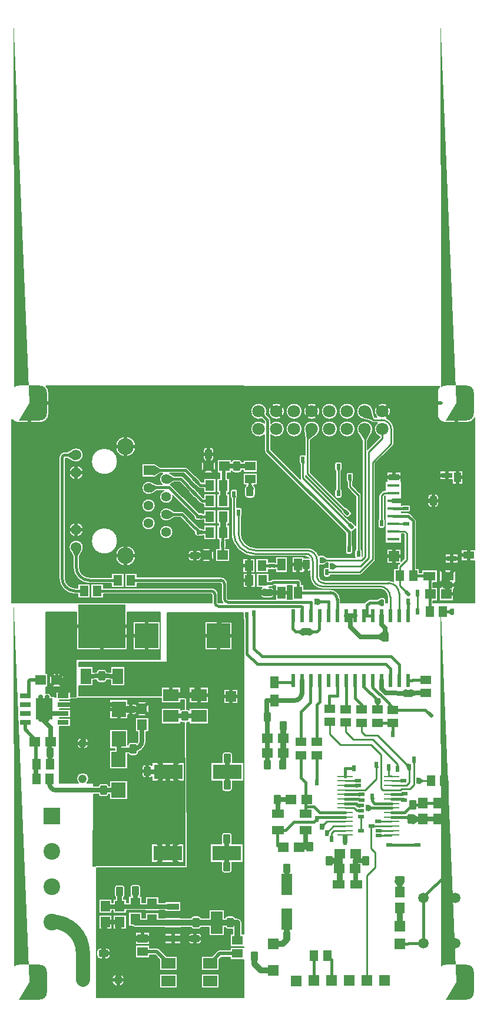
<source format=gtl>
G04 DesignSpark PCB Gerber Version 11.0 Build 5877*
G04 #@! TF.Part,Single*
G04 #@! TF.FileFunction,Copper,L1,Top*
G04 #@! TF.FilePolarity,Positive*
%FSLAX35Y35*%
%MOMM*%
G04 #@! TA.AperFunction,ViaPad*
%AMT148*0 Rounded Rectangle Pad at angle 0*4,1,32,-0.11000,-0.44500,0.11000,-0.44500,0.14340,-0.44120,0.17510,-0.43010,0.20350,-0.41220,0.22720,-0.38850,0.24510,-0.36010,0.25620,-0.32840,0.26000,-0.29500,0.26000,0.29500,0.25620,0.32840,0.24510,0.36010,0.22720,0.38850,0.20350,0.41220,0.17510,0.43010,0.14340,0.44120,0.11000,0.44500,-0.11000,0.44500,-0.14340,0.44120,-0.17510,0.43010,-0.20350,0.41220,-0.22720,0.38850,-0.24510,0.36010,-0.25620,0.32840,-0.26000,0.29500,-0.26000,-0.29500,-0.25620,-0.32840,-0.24510,-0.36010,-0.22720,-0.38850,-0.20350,-0.41220,-0.17510,-0.43010,-0.14340,-0.44120,-0.11000,-0.44500,0*%
%ADD148T148*%
%AMT142*0 Rounded Rectangle Pad at angle 0*4,1,44,-0.21000,-0.70000,0.21000,-0.70000,0.25690,-0.69630,0.30270,-0.68530,0.34620,-0.66730,0.38630,-0.64270,0.42210,-0.61210,0.45270,-0.57630,0.47730,-0.53620,0.49530,-0.49270,0.50630,-0.44690,0.51000,-0.40000,0.51000,0.40000,0.50630,0.44690,0.49530,0.49270,0.47730,0.53620,0.45270,0.57630,0.42210,0.61210,0.38630,0.64270,0.34620,0.66730,0.30270,0.68530,0.25690,0.69630,0.21000,0.70000,-0.21000,0.70000,-0.25690,0.69630,-0.30270,0.68530,-0.34620,0.66730,-0.38630,0.64270,-0.42210,0.61210,-0.45270,0.57630,-0.47730,0.53620,-0.49530,0.49270,-0.50630,0.44690,-0.51000,0.40000,-0.51000,-0.40000,-0.50630,-0.44690,-0.49530,-0.49270,-0.47730,-0.53620,-0.45270,-0.57630,-0.42210,-0.61210,-0.38630,-0.64270,-0.34620,-0.66730,-0.30270,-0.68530,-0.25690,-0.69630,-0.21000,-0.70000,0*%
%ADD142T142*%
G04 #@! TA.AperFunction,ComponentPad*
%AMT198*0 Rounded Rectangle Pad at angle 0*4,1,76,-1.50000,-2.50000,1.50000,-2.50000,1.58720,-2.49620,1.67370,-2.48480,1.75890,-2.46590,1.84210,-2.43970,1.92270,-2.40630,2.00010,-2.36600,2.07370,-2.31910,2.14290,-2.26600,2.20720,-2.20710,2.26610,-2.14280,2.31920,-2.07360,2.36610,-2.00000,2.40640,-1.92260,2.43980,-1.84200,2.46600,-1.75880,2.48490,-1.67360,2.49630,-1.58710,2.50000,-1.50000,2.50000,1.50000,2.49620,1.58720,2.48480,1.67370,2.46590,1.75890,2.43970,1.84210,2.40630,1.92270,2.36600,2.00010,2.31910,2.07370,2.26600,2.14290,2.20710,2.20720,2.14280,2.26610,2.07360,2.31920,2.00000,2.36610,1.92260,2.40640,1.84200,2.43980,1.75880,2.46600,1.67360,2.48490,1.58710,2.49630,1.50000,2.50000,-1.50000,2.50000,-1.58720,2.49620,-1.67370,2.48480,-1.75890,2.46590,-1.84210,2.43970,-1.92270,2.40630,-2.00010,2.36600,-2.07370,2.31910,-2.14290,2.26600,-2.20720,2.20710,-2.26610,2.14280,-2.31920,2.07360,-2.36610,2.00000,-2.40640,1.92260,-2.43980,1.84200,-2.46600,1.75880,-2.48490,1.67360,-2.49630,1.58710,-2.50000,1.50000,-2.50000,-1.50000,-2.49620,-1.58720,-2.48480,-1.67370,-2.46590,-1.75890,-2.43970,-1.84210,-2.40630,-1.92270,-2.36600,-2.00010,-2.31910,-2.07370,-2.26600,-2.14290,-2.20710,-2.20720,-2.14280,-2.26610,-2.07360,-2.31920,-2.00000,-2.36610,-1.92260,-2.40640,-1.84200,-2.43980,-1.75880,-2.46600,-1.67360,-2.48490,-1.58710,-2.49630,-1.50000,-2.50000,0*%
%ADD198T198*%
G04 #@! TA.AperFunction,SMDPad,CuDef*
%ADD182R,0.55000X1.85000*%
%ADD206R,1.00000X1.45000*%
%ADD208R,1.20000X1.52000*%
%ADD196R,1.20000X1.80000*%
%ADD171R,1.29540X1.52400*%
%ADD186R,1.30000X1.80000*%
%ADD177R,1.39700X1.52400*%
%ADD169R,1.52400X2.28000*%
%ADD183R,1.60000X3.15000*%
%ADD176R,1.75000X3.20000*%
%ADD192R,2.15000X2.20000*%
%ADD197R,2.15000X2.30000*%
%ADD166R,2.40000X3.10000*%
%ADD185R,3.35000X3.60000*%
G04 #@! TA.AperFunction,ComponentPad*
%ADD187R,1.40000X1.40000*%
G04 #@! TA.AperFunction,SMDPad,CuDef*
%ADD202R,1.50000X1.50000*%
G04 #@! TA.AperFunction,ComponentPad*
%ADD193R,1.52400X1.52400*%
%ADD173R,2.40000X2.40000*%
G04 #@! TD.AperFunction*
%ADD11C,0.12700*%
%ADD17C,0.25400*%
%ADD138C,0.38100*%
%ADD139C,0.40000*%
%ADD136C,0.50000*%
%ADD146C,0.54000*%
%ADD137C,0.63500*%
G04 #@! TA.AperFunction,ViaPad*
%ADD143C,0.71000*%
G04 #@! TD.AperFunction*
%ADD140C,0.85000*%
G04 #@! TA.AperFunction,ViaPad*
%ADD147C,0.90000*%
G04 #@! TA.AperFunction,ComponentPad*
%ADD194C,1.21700*%
%ADD199C,1.31600*%
%ADD188C,1.40000*%
G04 #@! TA.AperFunction,ViaPad*
%ADD145C,1.42000*%
G04 #@! TA.AperFunction,ComponentPad*
%ADD181C,1.50000*%
%ADD189C,1.53000*%
%ADD180C,1.80000*%
G04 #@! TD.AperFunction*
%ADD164C,2.00000*%
G04 #@! TA.AperFunction,ComponentPad*
%ADD174C,2.40000*%
G04 #@! TA.AperFunction,ViaPad*
%AMT149*0 Rounded Rectangle Pad at angle 45*4,1,32,0.23690,-0.39240,0.39240,-0.23690,0.41330,-0.21060,0.42790,-0.18030,0.43540,-0.14760,0.43540,-0.11400,0.42790,-0.08120,0.41330,-0.05090,0.39240,-0.02470,-0.02470,0.39240,-0.05100,0.41330,-0.08130,0.42790,-0.11400,0.43540,-0.14760,0.43540,-0.18040,0.42790,-0.21070,0.41330,-0.23690,0.39240,-0.39240,0.23690,-0.41330,0.21060,-0.42790,0.18030,-0.43540,0.14760,-0.43540,0.11400,-0.42790,0.08120,-0.41330,0.05090,-0.39240,0.02470,0.02470,-0.39240,0.05100,-0.41330,0.08130,-0.42790,0.11400,-0.43540,0.14760,-0.43540,0.18040,-0.42790,0.21070,-0.41330,0.23690,-0.39240,0*%
%ADD149T149*%
%AMT144*0 Rounded Rectangle Pad at angle 90*4,1,32,0.44500,-0.11000,0.44500,0.11000,0.44120,0.14340,0.43010,0.17510,0.41220,0.20350,0.38850,0.22720,0.36010,0.24510,0.32840,0.25620,0.29500,0.26000,-0.29500,0.26000,-0.32840,0.25620,-0.36010,0.24510,-0.38850,0.22720,-0.41220,0.20350,-0.43010,0.17510,-0.44120,0.14340,-0.44500,0.11000,-0.44500,-0.11000,-0.44120,-0.14340,-0.43010,-0.17510,-0.41220,-0.20350,-0.38850,-0.22720,-0.36010,-0.24510,-0.32840,-0.25620,-0.29500,-0.26000,0.29500,-0.26000,0.32840,-0.25620,0.36010,-0.24510,0.38850,-0.22720,0.41220,-0.20350,0.43010,-0.17510,0.44120,-0.14340,0.44500,-0.11000,0*%
%ADD144T144*%
%AMT141*0 Rounded Rectangle Pad at angle 90*4,1,44,0.70000,-0.21000,0.70000,0.21000,0.69630,0.25690,0.68530,0.30270,0.66730,0.34620,0.64270,0.38630,0.61210,0.42210,0.57630,0.45270,0.53620,0.47730,0.49270,0.49530,0.44690,0.50630,0.40000,0.51000,-0.40000,0.51000,-0.44690,0.50630,-0.49270,0.49530,-0.53620,0.47730,-0.57630,0.45270,-0.61210,0.42210,-0.64270,0.38630,-0.66730,0.34620,-0.68530,0.30270,-0.69630,0.25690,-0.70000,0.21000,-0.70000,-0.21000,-0.69630,-0.25690,-0.68530,-0.30270,-0.66730,-0.34620,-0.64270,-0.38630,-0.61210,-0.42210,-0.57630,-0.45270,-0.53620,-0.47730,-0.49270,-0.49530,-0.44690,-0.50630,-0.40000,-0.51000,0.40000,-0.51000,0.44690,-0.50630,0.49270,-0.49530,0.53620,-0.47730,0.57630,-0.45270,0.61210,-0.42210,0.64270,-0.38630,0.66730,-0.34620,0.68530,-0.30270,0.69630,-0.25690,0.70000,-0.21000,0*%
%ADD141T141*%
G04 #@! TA.AperFunction,SMDPad,CuDef*
%ADD200R,2.30000X0.20000*%
%ADD201R,1.80000X0.45000*%
%ADD165R,1.52500X0.65000*%
%ADD204R,1.40000X0.80000*%
%ADD207R,1.50000X0.80000*%
%ADD203R,1.50000X0.90000*%
%ADD175R,1.75000X0.95000*%
%ADD205R,1.55000X1.00000*%
%ADD190R,1.52000X1.20000*%
%ADD191R,1.80000X1.20000*%
%ADD178R,1.52400X1.29540*%
%ADD179R,1.80000X1.30000*%
%ADD168R,1.52400X1.39700*%
G04 #@! TA.AperFunction,ComponentPad*
%ADD195R,2.03200X1.52400*%
G04 #@! TA.AperFunction,SMDPad,CuDef*
%ADD184R,1.63000X1.53000*%
%ADD172R,2.25000X1.75000*%
%ADD167R,4.15000X2.15000*%
%ADD170R,6.74000X6.23000*%
G04 #@! TD.AperFunction*
X0Y0D02*
D02*
D11*
X68310Y8404320D02*
Y5771130D01*
X2940410D01*
G75*
G02*
Y5771150I95490J10D01*
G01*
G75*
G02*
X2940450Y5773060I45520J0D01*
G01*
Y5889240D01*
G75*
G02*
X2940410Y5891150I45480J1910D01*
G01*
G75*
G03*
Y5891160I-4620J10D01*
G01*
G75*
G03*
X2935850Y5895730I-4560J0D01*
G01*
G75*
G02*
X2934500Y5895750I0J45510D01*
G01*
X1384650D01*
Y5838550D01*
X1202450D01*
Y6043650D01*
X1384650D01*
Y5986550D01*
X2935850D01*
G75*
G02*
X2937720Y5986510I-40J-45410D01*
G01*
G75*
G02*
X3031170Y5893770I-1880J-95350D01*
G01*
G75*
G02*
X3031250Y5891150I-45300J-2690D01*
G01*
Y5771150D01*
G75*
G02*
Y5771130I-45840J-10D01*
G01*
X3096640D01*
G75*
G02*
X3075410Y5831130I74170J60000D01*
G01*
Y6046130D01*
G75*
G03*
X3070810Y6050730I-4600J0D01*
G01*
X1869650D01*
Y5991050D01*
X1687450D01*
Y6196150D01*
X1869650D01*
Y6141530D01*
X3070810D01*
G75*
G02*
X3166210Y6046130I0J-95400D01*
G01*
Y5831130D01*
G75*
G03*
X3170810Y5826530I4600J0D01*
G01*
X3854450D01*
Y6020730D01*
X3839620D01*
X3835410Y6016530D01*
G75*
G02*
X3803230Y6003230I-32100J32100D01*
G01*
X3762150D01*
Y5995980D01*
X3789200D01*
G75*
G02*
X3834660Y5950520I0J-45460D01*
G01*
Y5886740D01*
G75*
G02*
X3789200Y5841280I-45460J0D01*
G01*
X3687420D01*
G75*
G02*
X3641960Y5886740I0J45460D01*
G01*
Y5950520D01*
G75*
G02*
X3662510Y5988550I45460J0D01*
G01*
X3579950D01*
Y6193650D01*
X3762150D01*
Y6094030D01*
X3784500D01*
X3788710Y6098230D01*
G75*
G02*
X3820890Y6111530I32100J-32100D01*
G01*
X4180810D01*
G75*
G02*
X4226210Y6066130I0J-45400D01*
G01*
Y6034950D01*
X4267150D01*
Y5964030D01*
X4642840D01*
G75*
G02*
X4788240Y5818630I0J-145400D01*
G01*
Y5771130D01*
X5139100D01*
X5176210Y5808230D01*
G75*
G02*
X5208390Y5821530I32100J-32100D01*
G01*
X5322140D01*
X5340140Y5831920D01*
G75*
G02*
X5366420Y5846980I26280J-15390D01*
G01*
X5372340D01*
G75*
G02*
X5386320I6990J-44890D01*
G01*
X5410200D01*
G75*
G02*
X5440660Y5816530I0J-30450D01*
G01*
Y5771130D01*
X5465790D01*
Y5856890D01*
G75*
G03*
X5354840Y5967840I-110950J0D01*
G01*
X4532550D01*
G75*
G02*
X4351760Y6148630I0J180790D01*
G01*
Y6229170D01*
G75*
G02*
X4327700Y6222280I-24060J38570D01*
G01*
X4267150D01*
Y6202250D01*
X4094450D01*
Y6434950D01*
X4267150D01*
Y6414980D01*
X4327700D01*
G75*
G02*
X4338900Y6413580I0J-45470D01*
G01*
G75*
G03*
X4290810Y6437080I-48090J-37450D01*
G01*
X3555810D01*
G75*
G02*
X3219260Y6773630I0J336550D01*
G01*
Y7268070D01*
G75*
G02*
X3205960Y7293230I17150J25160D01*
G01*
Y7374020D01*
G75*
G02*
X3236420Y7404480I30460J0D01*
G01*
X3280200D01*
G75*
G02*
X3310660Y7374030I0J-30450D01*
G01*
Y7293240D01*
G75*
G02*
X3297360Y7268070I-30460J0D01*
G01*
Y7141710D01*
G75*
G02*
X3301420Y7141980I4050J-30190D01*
G01*
X3345200D01*
G75*
G02*
X3375660Y7111530I0J-30450D01*
G01*
Y7030740D01*
G75*
G02*
X3362360Y7005570I-30460J0D01*
G01*
Y6771130D01*
G75*
G03*
X3570810Y6562680I208450J0D01*
G01*
X4310810D01*
G75*
G02*
X4479730Y6447670I0J-181560D01*
G01*
G75*
G02*
X4498920Y6454480I19190J-23640D01*
G01*
X4542700D01*
G75*
G02*
X4568980Y6439420I10J-30450D01*
G01*
X4597940Y6422700D01*
X4997840D01*
G75*
G02*
X4995960Y6433230I28570J10530D01*
G01*
Y6514020D01*
G75*
G02*
X5009300Y6539220I30470J0D01*
G01*
Y6836930D01*
G75*
G02*
X5008890Y6836510I-22060J21130D01*
G01*
X4977930Y6805550D01*
G75*
G02*
X4957470Y6796650I-21540J21550D01*
G01*
G75*
G02*
X4958710Y6786130I-44170J-10540D01*
G01*
Y6598390D01*
G75*
G02*
X4965660Y6579020I-23510J-19370D01*
G01*
Y6498240D01*
G75*
G02*
X4935200Y6467780I-30460J0D01*
G01*
X4891420D01*
G75*
G02*
X4860960Y6498240I0J30460D01*
G01*
Y6579020D01*
G75*
G02*
X4867910Y6598390I30460J0D01*
G01*
Y6767320D01*
X3708760Y7926470D01*
G75*
G02*
X3695410Y7958630I32050J32160D01*
G01*
Y8183770D01*
G75*
G02*
X3499460Y8268630I-79600J84860D01*
G01*
G75*
G02*
X3695410Y8353490I116350J0D01*
G01*
Y8379820D01*
X3660170Y8415070D01*
G75*
G02*
X3499460Y8522630I-44360J107560D01*
G01*
G75*
G02*
X3615810Y8638980I116350J0D01*
G01*
G75*
G02*
X3723950Y8479700I10J-116350D01*
G01*
X3772860Y8430790D01*
G75*
G02*
X3786210Y8398630I-32050J-32160D01*
G01*
Y8349550D01*
G75*
G02*
X3986160Y8268630I83600J-80920D01*
G01*
G75*
G02*
X3786210Y8187710I-116350J0D01*
G01*
Y7977440D01*
X4214580Y7549070D01*
G75*
G02*
X4211760Y7563630I36230J14570D01*
G01*
Y7763070D01*
G75*
G02*
X4198460Y7788230I17150J25160D01*
G01*
Y7869020D01*
G75*
G02*
X4228920Y7899480I30460J0D01*
G01*
X4272700D01*
G75*
G02*
X4276760Y7899210I10J-30450D01*
G01*
Y8124850D01*
X4262300Y8254690D01*
G75*
G02*
X4261460Y8268630I115560J13960D01*
G01*
G75*
G02*
X4494160I116350J0D01*
G01*
G75*
G02*
X4446080Y8174410I-116360J0D01*
G01*
X4354860Y8107260D01*
Y7644810D01*
X4714130Y7285530D01*
G75*
G02*
X4708460Y7303230I24790J17700D01*
G01*
Y7384020D01*
G75*
G02*
X4721760Y7409190I30460J0D01*
G01*
Y7663070D01*
G75*
G02*
X4708460Y7688230I17150J25160D01*
G01*
Y7769020D01*
G75*
G02*
X4738920Y7799480I30460J0D01*
G01*
X4782700D01*
G75*
G02*
X4813160Y7769030I0J-30450D01*
G01*
Y7688240D01*
G75*
G02*
X4799860Y7663070I-30460J0D01*
G01*
Y7409190D01*
G75*
G02*
X4813160Y7384030I-17150J-25160D01*
G01*
Y7303240D01*
G75*
G02*
X4782700Y7272780I-30460J0D01*
G01*
X4738920D01*
G75*
G02*
X4721210Y7278450I-10J30460D01*
G01*
X4857060Y7142600D01*
G75*
G02*
X4884270Y7134210I5670J-29940D01*
G01*
X4941390Y7077090D01*
G75*
G02*
Y7034010I-21550J-21540D01*
G01*
X4910430Y7003050D01*
G75*
G02*
X4867350I-21540J21550D01*
G01*
X4810230Y7060170D01*
G75*
G02*
X4801310Y7081710I21550J21540D01*
G01*
G75*
G02*
X4801840Y7087370I30440J0D01*
G01*
X4289860Y7599360D01*
Y7579810D01*
X4924560Y6945100D01*
G75*
G02*
X4951770Y6936710I5670J-29940D01*
G01*
X5008890Y6879590D01*
G75*
G02*
X5009300Y6879170I-21650J-21550D01*
G01*
Y7299940D01*
X4898240Y7411020D01*
G75*
G02*
X4886800Y7438630I27610J27620D01*
G01*
Y7510550D01*
G75*
G02*
X4873460Y7535730I17100J25180D01*
G01*
Y7616520D01*
G75*
G02*
X4903920Y7646980I30460J0D01*
G01*
X4947700D01*
G75*
G02*
X4978160Y7616530I0J-30450D01*
G01*
Y7535740D01*
G75*
G02*
X4964900Y7510600I-30460J0D01*
G01*
Y7454800D01*
X5061920Y7357770D01*
G75*
G02*
X5087400Y7321150I-13570J-36620D01*
G01*
Y6539160D01*
G75*
G02*
X5100660Y6514030I-17190J-25130D01*
G01*
Y6443680D01*
X5104300Y6447320D01*
Y8103060D01*
X5040390Y8208180D01*
G75*
G02*
X5039990Y8208850I32950J20130D01*
G01*
G75*
G02*
X5139810Y8384980I99820J59780D01*
G01*
G75*
G02*
X5241240Y8211630I0J-116350D01*
G01*
X5182400Y8104160D01*
Y7975450D01*
X5354760Y8147810D01*
Y8159030D01*
G75*
G02*
X5321250Y8359580I39050J109600D01*
G01*
X5260810D01*
G75*
G02*
X5233160Y8371050I0J39060D01*
G01*
X5227210Y8377010D01*
X5108150Y8410670D01*
G75*
G02*
X5107960Y8410720I11990J45960D01*
G01*
G75*
G02*
X5139810Y8638980I31850J111910D01*
G01*
G75*
G02*
X5252910Y8549920I0J-116350D01*
G01*
X5281350Y8437680D01*
X5314310D01*
G75*
G02*
X5393810Y8638980I79500J84950D01*
G01*
G75*
G02*
X5453860Y8422970I0J-116350D01*
G01*
G75*
G02*
X5559860Y8261130I-70550J-161840D01*
G01*
Y8056130D01*
G75*
G02*
X5538960Y8021550I-39050J0D01*
G01*
X5292360Y7774960D01*
Y6396130D01*
G75*
G02*
X5280890Y6368480I-39060J0D01*
G01*
X5093460Y6181050D01*
G75*
G02*
X5065810Y6169580I-27650J27590D01*
G01*
X4648160D01*
Y6168240D01*
G75*
G02*
X4617700Y6137780I-30460J0D01*
G01*
X4573920D01*
G75*
G02*
X4543460Y6168240I0J30460D01*
G01*
Y6249020D01*
G75*
G02*
X4573920Y6279480I30460J0D01*
G01*
X4608460D01*
Y6336520D01*
G75*
G02*
X4609550Y6344600I30470J0D01*
G01*
X4598010D01*
X4568980Y6327840D01*
G75*
G02*
X4542700Y6312780I-26270J15390D01*
G01*
X4498920D01*
G75*
G02*
X4492360Y6313490I-20J30450D01*
G01*
Y6154390D01*
G75*
G03*
X4553310Y6093440I60950J0D01*
G01*
X5483340D01*
G75*
G02*
X5554450Y6079440I10J-187550D01*
G01*
Y6261150D01*
X5606510D01*
Y6291130D01*
G75*
G02*
X5617980Y6318780I39060J0D01*
G01*
X5641460Y6342250D01*
X5461950D01*
Y6544950D01*
X5664650D01*
Y6365450D01*
X5704260Y6405060D01*
Y6754960D01*
X5699640Y6759580D01*
X5667150D01*
Y6629750D01*
X5434450D01*
Y7309550D01*
X5419860Y7294960D01*
Y6979190D01*
G75*
G02*
X5433160Y6954030I-17150J-25160D01*
G01*
Y6873240D01*
G75*
G02*
X5402700Y6842780I-30460J0D01*
G01*
X5358920D01*
G75*
G02*
X5328460Y6873230I0J30450D01*
G01*
Y6954020D01*
G75*
G02*
X5341760Y6979190I30460J0D01*
G01*
Y7311130D01*
G75*
G02*
X5353230Y7338780I39060J0D01*
G01*
X5390660Y7376210D01*
G75*
G02*
X5418310Y7387680I27650J-27590D01*
G01*
X5434450D01*
Y7517450D01*
X5461950D01*
Y7649950D01*
X5664650D01*
Y7517450D01*
X5667150D01*
Y7172390D01*
G75*
G02*
X5685420Y7178480I18270J-24370D01*
G01*
X5766200D01*
G75*
G02*
X5796660Y7148020I0J-30460D01*
G01*
Y7104240D01*
G75*
G02*
X5766200Y7073780I-30460J0D01*
G01*
X5685420D01*
G75*
G02*
X5667150Y7079870I0J30460D01*
G01*
Y7064030D01*
X5763230D01*
G75*
G02*
X5795410Y7050730I80J-45400D01*
G01*
X5868160Y6977980D01*
G75*
G02*
X5881460Y6945880I-32100J-32100D01*
G01*
G75*
G02*
Y6945860I-16140J-10D01*
G01*
G75*
G02*
Y6945800I-16290J-30D01*
G01*
Y6261150D01*
X5927150D01*
Y6204030D01*
X5954450D01*
Y6244950D01*
X6187150D01*
Y6062250D01*
X6118710D01*
Y5992350D01*
X6184050D01*
Y5799950D01*
X6118710D01*
Y5771130D01*
X6723310D01*
Y6377250D01*
X6526950D01*
Y6529950D01*
X6723310D01*
Y8427820D01*
G75*
G02*
X6619200Y8362280I-104110J49920D01*
G01*
X6297420D01*
G75*
G02*
X6181960Y8477740I0J115460D01*
G01*
Y8799520D01*
G75*
G02*
X6215750Y8881130I115460J-10D01*
G01*
X3403310D01*
Y8886130D01*
X555550D01*
G75*
G02*
X594660Y8799520I-76350J-86610D01*
G01*
Y8477740D01*
G75*
G02*
X479200Y8362280I-115460J0D01*
G01*
X157420D01*
G75*
G02*
X68310Y8404320I0J115460D01*
G01*
X6214450Y6244950D02*
X6447150D01*
Y6062250D01*
X6429160D01*
G75*
G02*
X6429660Y6055520I-44960J-6720D01*
G01*
Y5991740D01*
G75*
G02*
X6412650Y5956280I-45460J0D01*
G01*
Y5799950D01*
X6207550D01*
Y5992350D01*
X6236960D01*
Y6055520D01*
G75*
G02*
X6237460Y6062250I45460J10D01*
G01*
X6214450D01*
Y6244950D01*
X6221950Y7669950D02*
X6549650D01*
Y7472250D01*
X6396950D01*
Y7537250D01*
X6221950D01*
Y7669950D01*
X6291950Y6474950D02*
X6484650D01*
Y6342250D01*
X6291950D01*
Y6474950D01*
X3869810Y8638980D02*
G75*
G02*
X3986160Y8522630I0J-116350D01*
G01*
G75*
G02*
X3869810Y8406280I-116350J0D01*
G01*
G75*
G02*
X3753460Y8522630I0J116350D01*
G01*
G75*
G02*
X3869810Y8638980I116350J0D01*
G01*
X4123810Y8384980D02*
G75*
G02*
X4240160Y8268630I0J-116350D01*
G01*
G75*
G02*
X4123810Y8152280I-116350J0D01*
G01*
G75*
G02*
X4007460Y8268630I0J116350D01*
G01*
G75*
G02*
X4123810Y8384980I116350J0D01*
G01*
Y8638980D02*
G75*
G02*
X4240160Y8522630I0J-116350D01*
G01*
G75*
G02*
X4123810Y8406280I-116350J0D01*
G01*
G75*
G02*
X4007460Y8522630I0J116350D01*
G01*
G75*
G02*
X4123810Y8638980I116350J0D01*
G01*
X4377810D02*
G75*
G02*
X4494160Y8522630I0J-116350D01*
G01*
G75*
G02*
X4377810Y8406280I-116350J0D01*
G01*
G75*
G02*
X4261460Y8522630I0J116350D01*
G01*
G75*
G02*
X4377810Y8638980I116350J0D01*
G01*
X4631810Y8384980D02*
G75*
G02*
X4748160Y8268630I0J-116350D01*
G01*
G75*
G02*
X4631810Y8152280I-116350J0D01*
G01*
G75*
G02*
X4515460Y8268630I0J116350D01*
G01*
G75*
G02*
X4631810Y8384980I116350J0D01*
G01*
Y8638980D02*
G75*
G02*
X4748160Y8522630I0J-116350D01*
G01*
G75*
G02*
X4631810Y8406280I-116350J0D01*
G01*
G75*
G02*
X4515460Y8522630I0J116350D01*
G01*
G75*
G02*
X4631810Y8638980I116350J0D01*
G01*
X4885810Y8384980D02*
G75*
G02*
X5002160Y8268630I0J-116350D01*
G01*
G75*
G02*
X4885810Y8152280I-116350J0D01*
G01*
G75*
G02*
X4769460Y8268630I0J116350D01*
G01*
G75*
G02*
X4885810Y8384980I116350J0D01*
G01*
Y8638980D02*
G75*
G02*
X5002160Y8522630I0J-116350D01*
G01*
G75*
G02*
X4885810Y8406280I-116350J0D01*
G01*
G75*
G02*
X4769460Y8522630I0J116350D01*
G01*
G75*
G02*
X4885810Y8638980I116350J0D01*
G01*
X6155200Y7334980D02*
G75*
G02*
X6200660Y7289520I0J-45460D01*
G01*
Y7187740D01*
G75*
G02*
X6155200Y7142280I-45460J0D01*
G01*
X6091420D01*
G75*
G02*
X6045960Y7187740I0J45460D01*
G01*
Y7289520D01*
G75*
G02*
X6091420Y7334980I45460J0D01*
G01*
X6155200D01*
X1011950Y6043650D02*
X1194150D01*
Y5838550D01*
X1011950D01*
Y5895750D01*
X973700D01*
G75*
G02*
X972350Y5895730I-1350J45490D01*
G01*
G75*
G02*
X742910Y6125150I0J229420D01*
G01*
G75*
G02*
X742950Y6127060I45520J0D01*
G01*
Y7851730D01*
G75*
G02*
X742910Y7853630I45260J1900D01*
G01*
G75*
G02*
X830030Y7940750I87120J0D01*
G01*
X863280D01*
X938240Y7984020D01*
G75*
G02*
X1093200Y7895350I52110J-88670D01*
G01*
G75*
G02*
X938240Y7806680I-102850J0D01*
G01*
X863280Y7849950D01*
X833750D01*
Y6125150D01*
G75*
G02*
X833720Y6123500I-45370J0D01*
G01*
G75*
G03*
X971180Y5986530I138620J1660D01*
G01*
G75*
G02*
X972350Y5986550I1360J-45310D01*
G01*
X1011950D01*
Y6043650D01*
X1496950Y6196150D02*
X1679150D01*
Y5991050D01*
X1496950D01*
Y6048250D01*
X1180310D01*
G75*
G02*
X945950Y6282620I0J234370D01*
G01*
Y6440020D01*
X902320Y6514160D01*
G75*
G02*
X887500Y6567350I88040J53190D01*
G01*
G75*
G02*
X1093200I102850J0D01*
G01*
G75*
G02*
X1079530Y6516110I-102870J0D01*
G01*
X1036750Y6440550D01*
Y6282620D01*
G75*
G03*
X1180310Y6139050I143560J0D01*
G01*
X1496950D01*
Y6196150D01*
X887500Y6821350D02*
G75*
G02*
X1093200I102850J0D01*
G01*
G75*
G02*
X887500I-102850J0D01*
G01*
Y7641350D02*
G75*
G02*
X1093200I102850J0D01*
G01*
G75*
G02*
X887500I-102850J0D01*
G01*
X1207500Y6659850D02*
G75*
G02*
X1585200I188850J0D01*
G01*
G75*
G02*
X1207500I-188850J0D01*
G01*
X1555000Y6446350D02*
G75*
G02*
X1847700I146350J0D01*
G01*
G75*
G02*
X1555000I-146350J0D01*
G01*
X1207500Y7802850D02*
G75*
G02*
X1585200I188850J0D01*
G01*
G75*
G02*
X1207500I-188850J0D01*
G01*
X1555000Y8016350D02*
G75*
G02*
X1847700I146350J0D01*
G01*
G75*
G02*
X1555000I-146350J0D01*
G01*
X1935000Y6913850D02*
G75*
G02*
X2127700I96350J0D01*
G01*
G75*
G02*
X1935000I-96350J0D01*
G01*
Y7167850D02*
G75*
G02*
X2127700I96350J0D01*
G01*
G75*
G02*
X1935000I-96350J0D01*
G01*
X2821950Y7561150D02*
X3004150D01*
Y7356050D01*
X2821950D01*
Y7413890D01*
X2774290Y7414230D01*
G75*
G02*
X2742430Y7427530I240J45390D01*
G01*
X2714570Y7455380D01*
G75*
G02*
X2695960Y7464160I2930J30320D01*
G01*
X2691710Y7468410D01*
G75*
G02*
X2681950Y7478170I27120J36880D01*
G01*
X2652850Y7507270D01*
G75*
G02*
X2643090Y7517030I26850J36610D01*
G01*
X2638840Y7521280D01*
G75*
G02*
X2630060Y7539890I21550J21540D01*
G01*
X2539500Y7630450D01*
X2336700D01*
X2399420Y7594250D01*
X2493310D01*
G75*
G02*
X2525470Y7580900I0J-45400D01*
G01*
X2679770Y7426600D01*
G75*
G02*
X2691770Y7419210I-9540J-28930D01*
G01*
X2734860Y7376120D01*
G75*
G02*
X2744650Y7366330I-26820J-36610D01*
G01*
X2748890Y7362090D01*
G75*
G02*
X2757670Y7343480I-21540J-21540D01*
G01*
X2820280Y7280860D01*
X2821950Y7280850D01*
Y7337150D01*
X3004150D01*
Y7132050D01*
X2821950D01*
Y7190040D01*
X2800900Y7190230D01*
G75*
G02*
X2769150Y7203590I410J45390D01*
G01*
X2693460Y7279270D01*
G75*
G02*
X2674850Y7288050I2930J30320D01*
G01*
X2670600Y7292300D01*
G75*
G02*
X2660840Y7302060I26850J36610D01*
G01*
X2617730Y7345170D01*
G75*
G02*
X2608810Y7366710I21550J21540D01*
G01*
G75*
G02*
X2608900Y7369050I30410J0D01*
G01*
X2474500Y7503450D01*
X2399420D01*
X2343780Y7471330D01*
G75*
G02*
X2360470Y7460700I-15450J-42680D01*
G01*
X2757690Y7063480D01*
X2778780D01*
G75*
G02*
X2792780I7000J-44880D01*
G01*
X2798700D01*
G75*
G02*
X2818070Y7056530I0J-30460D01*
G01*
X2821950D01*
Y7111150D01*
X3004150D01*
Y6906050D01*
X2821950D01*
Y6965730D01*
X2818070D01*
G75*
G02*
X2798700Y6958780I-19370J23510D01*
G01*
X2792780D01*
G75*
G02*
X2778780I-7000J44880D01*
G01*
X2717920D01*
G75*
G02*
X2687460Y6989230I0J30450D01*
G01*
Y7005290D01*
X2380030Y7312730D01*
G75*
G02*
X2381700Y7294850I-94690J-17860D01*
G01*
G75*
G02*
X2189000I-96350J0D01*
G01*
G75*
G02*
X2247030Y7383250I96350J0D01*
G01*
X2146850D01*
X2085350Y7342060D01*
G75*
G02*
X1935000Y7421850I-54000J79790D01*
G01*
G75*
G02*
X2074710Y7507890I96350J0D01*
G01*
X2143530Y7474050D01*
X2224620D01*
G75*
G02*
X2234120Y7630450I60730J74800D01*
G01*
X2201770D01*
X2127700Y7587690D01*
Y7579500D01*
X2101820D01*
G75*
G02*
X2100880I-470J46030D01*
G01*
X1935000D01*
Y7772200D01*
X2100880D01*
G75*
G02*
X2101820I470J-46030D01*
G01*
X2127700D01*
Y7764010D01*
X2201770Y7721250D01*
X2558230D01*
G75*
G02*
X2590410Y7707950I80J-45400D01*
G01*
X2694270Y7604100D01*
G75*
G02*
X2712880Y7595320I-2930J-30320D01*
G01*
X2717120Y7591080D01*
G75*
G02*
X2726910Y7581290I-26820J-36610D01*
G01*
X2755970Y7552230D01*
G75*
G02*
X2765760Y7542440I-26870J-36660D01*
G01*
X2770000Y7538200D01*
G75*
G02*
X2778780Y7519590I-21550J-21540D01*
G01*
X2793470Y7504890D01*
X2821950Y7504690D01*
Y7561150D01*
X2189000Y6786850D02*
G75*
G02*
X2381700I96350J0D01*
G01*
G75*
G02*
X2189000I-96350J0D01*
G01*
X2821950Y6886150D02*
X3004150D01*
Y6681050D01*
X2821950D01*
Y6738360D01*
G75*
G02*
X2803700Y6732280I-18270J24410D01*
G01*
X2797780D01*
G75*
G02*
X2783780I-7000J45100D01*
G01*
X2754220D01*
X2751370Y6731380D01*
G75*
G02*
X2721390Y6732320I-13650J43310D01*
G01*
G75*
G02*
X2692460Y6762720I1510J30400D01*
G01*
Y6771130D01*
G75*
G02*
X2692320Y6774680I45210J3560D01*
G01*
G75*
G02*
X2692460Y6778230I45310J-10D01*
G01*
Y6791280D01*
X2608300Y6875440D01*
G75*
G02*
X2602630Y6882330I32050J32150D01*
G01*
X2489510Y6995450D01*
X2399420D01*
X2334260Y6957840D01*
G75*
G02*
X2189000Y7040850I-48910J83010D01*
G01*
G75*
G02*
X2334260Y7123860I96350J0D01*
G01*
X2399420Y7086250D01*
X2508290D01*
G75*
G02*
X2540410Y7072950I10J-45410D01*
G01*
X2672450Y6940920D01*
G75*
G02*
X2678070Y6934080I-32090J-32100D01*
G01*
X2766720Y6845430D01*
X2798250Y6836980D01*
X2803700D01*
G75*
G02*
X2821950Y6830900I-20J-30490D01*
G01*
Y6886150D01*
X3137830Y6552850D02*
X3195150D01*
Y6360450D01*
X2990050D01*
Y6552850D01*
X3046910D01*
Y6555150D01*
G75*
G02*
X3040960Y6573240I24520J18090D01*
G01*
Y6654020D01*
G75*
G02*
X3047910Y6673390I30460J0D01*
G01*
Y6681050D01*
X3012450D01*
Y6886150D01*
X3034710D01*
Y6906050D01*
X3012450D01*
Y7111150D01*
X3194650D01*
Y6906050D01*
X3172410D01*
Y6886150D01*
X3194650D01*
Y6681050D01*
X3138710D01*
Y6673390D01*
G75*
G02*
X3145660Y6654020I-23510J-19370D01*
G01*
Y6573240D01*
G75*
G02*
X3137830Y6552850I-30460J0D01*
G01*
X2761450D02*
X2966550D01*
Y6360450D01*
X2761450D01*
Y6373740D01*
G75*
G02*
X2746700Y6371280I-14750J43000D01*
G01*
X2644920D01*
G75*
G02*
X2599460Y6416740I0J45460D01*
G01*
Y6480520D01*
G75*
G02*
X2644920Y6525980I45460J0D01*
G01*
X2746700D01*
G75*
G02*
X2761450Y6523520I0J-45460D01*
G01*
Y6552850D01*
X2962550Y7830850D02*
X2996550D01*
Y7638450D01*
X2791450D01*
Y7830850D01*
X2825470D01*
G75*
G02*
X2816660Y7857740I36650J26900D01*
G01*
Y7959520D01*
G75*
G02*
X2862120Y8004980I45460J0D01*
G01*
X2925900D01*
G75*
G02*
X2971360Y7959520I0J-45460D01*
G01*
Y7857740D01*
G75*
G02*
X2962550Y7830850I-45460J10D01*
G01*
X3388450Y7819950D02*
X3593150D01*
Y7647250D01*
X3388450D01*
Y7675530D01*
X3375080D01*
G75*
G02*
X3330200Y7637280I-44880J7210D01*
G01*
X3266420D01*
G75*
G02*
X3225150Y7663680I0J45460D01*
G01*
Y7638450D01*
X3161650D01*
Y7561150D01*
X3194650D01*
Y7356050D01*
X3172410D01*
Y7337150D01*
X3194650D01*
Y7132050D01*
X3012450D01*
Y7337150D01*
X3034710D01*
Y7356050D01*
X3012450D01*
Y7561150D01*
X3054950D01*
Y7638450D01*
X3020050D01*
Y7830850D01*
X3225150D01*
Y7803580D01*
G75*
G02*
X3266420Y7829980I41270J-19060D01*
G01*
X3330200D01*
G75*
G02*
X3375080Y7791730I0J-45460D01*
G01*
X3388450D01*
Y7819950D01*
Y7634950D02*
X3593150D01*
Y7462250D01*
X3543410D01*
X3546790Y7456400D01*
G75*
G02*
X3565660Y7419540I-26580J-36870D01*
G01*
Y7317740D01*
G75*
G02*
Y7317730I-57300J0D01*
G01*
G75*
G02*
X3520200Y7272280I-45460J0D01*
G01*
X3456420D01*
G75*
G02*
X3410960Y7317720I0J45440D01*
G01*
Y7419520D01*
G75*
G02*
X3429830Y7456400I45470J0D01*
G01*
X3433210Y7462250D01*
X3388450D01*
Y7634950D01*
X3854450Y6434950D02*
X4027150D01*
Y6202250D01*
X3854450D01*
Y6250740D01*
G75*
G02*
X3843700Y6248780I-10750J28530D01*
G01*
X3837780D01*
G75*
G02*
X3823780I-7000J45100D01*
G01*
X3782840D01*
G75*
G02*
X3768860I-6990J44860D01*
G01*
X3762920D01*
G75*
G02*
X3754650Y6249920I-20J30440D01*
G01*
Y6203550D01*
X3572450D01*
Y6408650D01*
X3754650D01*
Y6352330D01*
G75*
G02*
X3762920Y6353480I8290J-29320D01*
G01*
X3768830D01*
G75*
G02*
X3782840I7010J-44860D01*
G01*
X3823780D01*
G75*
G02*
X3837780I7000J-45100D01*
G01*
X3843700D01*
G75*
G02*
X3854450Y6351520I0J-30490D01*
G01*
Y6434950D01*
X3381950Y6408650D02*
X3564150D01*
Y6203550D01*
X3381950D01*
Y6408650D01*
X3389450Y6193650D02*
X3571650D01*
Y5988550D01*
X3389450D01*
Y6193650D01*
X74660Y6022450D02*
G36*
X74660Y6022450D02*
Y5777480D01*
X2940450D01*
Y5889240D01*
G75*
G02*
X2940410Y5891140I45130J1900D01*
G01*
G75*
G02*
Y5891150I47750J10D01*
G01*
Y5891160D01*
G75*
G03*
X2935850Y5895730I-4560J0D01*
G01*
G75*
G02*
X2934500Y5895750I-340J22630D01*
G01*
X1384650D01*
Y5838550D01*
X1202450D01*
Y6022450D01*
X1194150D01*
Y5838550D01*
X1011950D01*
Y5895750D01*
X973700D01*
G75*
G02*
X972350Y5895730I-1010J22610D01*
G01*
G75*
G02*
X767190Y6022450I10J229460D01*
G01*
X74660D01*
G37*
X879230D02*
G36*
X879230Y6022450D02*
G75*
G03*
X971180Y5986530I93120J102720D01*
G01*
G75*
G02*
X972350Y5986550I35310J-2031390D01*
G01*
X1011950D01*
Y6022450D01*
X879230D01*
G37*
X1384650D02*
G36*
X1384650Y6022450D02*
Y5986550D01*
X2935850D01*
G75*
G02*
X2937720Y5986510I10J-43290D01*
G01*
G75*
G02*
X3031170Y5893770I-1880J-95350D01*
G01*
G75*
G02*
X3031250Y5891150I-42900J-2620D01*
G01*
Y5777480D01*
X3091920D01*
G75*
G02*
X3075410Y5831110I78840J53630D01*
G01*
G75*
G02*
Y5831130I114590J10D01*
G01*
Y6022450D01*
X1869650D01*
Y5991050D01*
X1687450D01*
Y6022450D01*
X1679150D01*
Y5991050D01*
X1496950D01*
Y6022450D01*
X1384650D01*
G37*
X3166210D02*
G36*
X3166210Y6022450D02*
Y5831130D01*
G75*
G03*
X3170810Y5826530I4600J0D01*
G01*
X3854450D01*
Y6020730D01*
X3839620D01*
X3835410Y6016530D01*
G75*
G02*
X3803230Y6003230I-32090J32060D01*
G01*
X3762150D01*
Y5995980D01*
X3789200D01*
G75*
G02*
X3834660Y5950540I0J-45440D01*
G01*
G75*
G02*
Y5950520I-54570J-10D01*
G01*
Y5886740D01*
G75*
G02*
Y5886720I-54570J-10D01*
G01*
G75*
G02*
X3789200Y5841280I-45460J0D01*
G01*
X3687420D01*
G75*
G02*
X3641960Y5886720I0J45440D01*
G01*
G75*
G02*
Y5886740I54570J10D01*
G01*
Y5950520D01*
G75*
G02*
X3662510Y5988550I45500J-20D01*
G01*
X3579950D01*
Y6022450D01*
X3571650D01*
Y5988550D01*
X3389450D01*
Y6022450D01*
X3166210D01*
G37*
X4267150D02*
G36*
X4267150Y6022450D02*
Y5964030D01*
X4642840D01*
G75*
G02*
X4788240Y5818640I0J-145390D01*
G01*
G75*
G02*
Y5818630I-286480J0D01*
G01*
Y5777480D01*
X5145450D01*
X5176210Y5808230D01*
G75*
G02*
X5208390Y5821530I32090J-32060D01*
G01*
X5322140D01*
X5340140Y5831920D01*
G75*
G02*
X5366420Y5846980I26260J-15370D01*
G01*
X5372340D01*
G75*
G02*
X5386320I6990J-44970D01*
G01*
X5410200D01*
G75*
G02*
X5440660Y5816530I0J-30450D01*
G01*
Y5777480D01*
X5465790D01*
Y5856890D01*
G75*
G03*
X5354840Y5967840I-110950J0D01*
G01*
X4532550D01*
G75*
G02*
X4403070Y6022450I-10J180790D01*
G01*
X4267150D01*
G37*
X6118710Y5799950D02*
G36*
X6118710Y5799950D02*
Y5777480D01*
X6716960D01*
Y6022450D01*
X6429660D01*
Y5991740D01*
G75*
G02*
X6412650Y5956280I-45460J0D01*
G01*
Y5799950D01*
X6207550D01*
Y5992350D01*
X6236960D01*
Y6022450D01*
X6118710D01*
Y5992350D01*
X6184050D01*
Y5799950D01*
X6118710D01*
G37*
X74660Y6306100D02*
G36*
X74660Y6306100D02*
Y6022450D01*
X767190D01*
G75*
G02*
X742910Y6125150I205180J102730D01*
G01*
G75*
G02*
X742950Y6127060I46130J-10D01*
G01*
Y6306100D01*
X74660D01*
G37*
X833750Y6125150D02*
G36*
X833750Y6125150D02*
G75*
G02*
X833720Y6123500I-66920J390D01*
G01*
G75*
G03*
X879230Y6022450I138630J1660D01*
G01*
X1011950D01*
Y6043650D01*
X1194150D01*
Y6022450D01*
X1202450D01*
Y6043650D01*
X1384650D01*
Y6022450D01*
X1496950D01*
Y6048250D01*
X1180310D01*
G75*
G02*
X945950Y6282600I0J234350D01*
G01*
G75*
G02*
Y6282620I286480J10D01*
G01*
Y6306100D01*
X833750D01*
Y6125150D01*
G37*
X1036750Y6282620D02*
G36*
X1036750Y6282620D02*
G75*
G03*
X1180310Y6139050I143560J0D01*
G01*
X1496950D01*
Y6196150D01*
X1679150D01*
Y6022450D01*
X1687450D01*
Y6196150D01*
X1869650D01*
Y6141530D01*
X3070810D01*
G75*
G02*
X3166210Y6046140I0J-95390D01*
G01*
G75*
G02*
Y6046130I-143240J0D01*
G01*
Y6022450D01*
X3389450D01*
Y6193650D01*
X3571650D01*
Y6022450D01*
X3579950D01*
Y6193650D01*
X3762150D01*
Y6094030D01*
X3784500D01*
X3788710Y6098230D01*
G75*
G02*
X3820890Y6111530I32090J-32060D01*
G01*
X4180810D01*
G75*
G02*
X4226210Y6066130I0J-45400D01*
G01*
Y6034950D01*
X4267150D01*
Y6022450D01*
X4403070D01*
G75*
G02*
X4351760Y6148620I129470J126170D01*
G01*
G75*
G02*
Y6148630I286480J10D01*
G01*
Y6229170D01*
G75*
G02*
X4327700Y6222280I-24090J38680D01*
G01*
X4267150D01*
Y6202250D01*
X4094450D01*
Y6306100D01*
X4027150D01*
Y6202250D01*
X3854450D01*
Y6250740D01*
G75*
G02*
X3843700Y6248780I-10710J28300D01*
G01*
X3837780D01*
G75*
G02*
X3823780I-7000J45100D01*
G01*
X3782840D01*
G75*
G02*
X3768860I-6990J44970D01*
G01*
X3762920D01*
G75*
G02*
X3754650Y6249920I60J31020D01*
G01*
Y6203550D01*
X3572450D01*
Y6306100D01*
X3564150D01*
Y6203550D01*
X3381950D01*
Y6306100D01*
X1743160D01*
G75*
G02*
X1659540I-41810J140240D01*
G01*
X1036750D01*
Y6282620D01*
G37*
X1869650Y6050730D02*
G36*
X1869650Y6050730D02*
Y6022450D01*
X3075410D01*
Y6046130D01*
G75*
G03*
X3070810Y6050730I-4600J0D01*
G01*
X1869650D01*
G37*
X4492360Y6154390D02*
G36*
X4492360Y6154390D02*
G75*
G03*
Y6154380I114590J0D01*
G01*
G75*
G03*
X4553310Y6093440I60950J0D01*
G01*
X5483340D01*
G75*
G02*
X5554450Y6079440I40J-187410D01*
G01*
Y6261150D01*
X5606510D01*
Y6291130D01*
G75*
G02*
Y6291140I35810J10D01*
G01*
G75*
G02*
X5609490Y6306100I39040J0D01*
G01*
X5218510D01*
X5093460Y6181050D01*
G75*
G02*
X5065810Y6169580I-27640J27570D01*
G01*
X4648160D01*
Y6168240D01*
G75*
G02*
Y6168230I-63660J0D01*
G01*
G75*
G02*
X4617700Y6137780I-30460J0D01*
G01*
X4573920D01*
G75*
G02*
X4543460Y6168230I0J30450D01*
G01*
G75*
G02*
Y6168240I63660J10D01*
G01*
Y6249020D01*
G75*
G02*
Y6249030I63660J10D01*
G01*
G75*
G02*
X4573920Y6279480I30460J0D01*
G01*
X4608460D01*
Y6306100D01*
X4492360D01*
Y6154390D01*
G37*
X5881460Y6306100D02*
G36*
X5881460Y6306100D02*
Y6261150D01*
X5927150D01*
Y6204030D01*
X5954450D01*
Y6244950D01*
X6187150D01*
Y6062250D01*
X6118710D01*
Y6022450D01*
X6236960D01*
Y6055520D01*
G75*
G02*
Y6055650I45420J70D01*
G01*
G75*
G02*
X6237460Y6062250I43820J0D01*
G01*
X6214450D01*
Y6244950D01*
X6447150D01*
Y6062250D01*
X6429160D01*
G75*
G02*
X6429660Y6055650I-43320J-6600D01*
G01*
G75*
G02*
Y6055520I-45420J-60D01*
G01*
Y6022450D01*
X6716960D01*
Y6306100D01*
X5881460D01*
G37*
X74660Y6408600D02*
G36*
X74660Y6408600D02*
Y6306100D01*
X742950D01*
Y6408600D01*
X74660D01*
G37*
X833750D02*
G36*
X833750Y6408600D02*
Y6306100D01*
X945950D01*
Y6408600D01*
X833750D01*
G37*
X1036750D02*
G36*
X1036750Y6408600D02*
Y6306100D01*
X1659540D01*
G75*
G02*
X1559950Y6408600I41810J140250D01*
G01*
X1036750D01*
G37*
X1842750D02*
G36*
X1842750Y6408600D02*
G75*
G02*
X1743160Y6306100I-141400J37750D01*
G01*
X3381950D01*
Y6408600D01*
X3195150D01*
Y6360450D01*
X2990050D01*
Y6408600D01*
X2966550D01*
Y6360450D01*
X2761450D01*
Y6373740D01*
G75*
G02*
X2746700Y6371280I-14750J43010D01*
G01*
X2644920D01*
G75*
G02*
X2600190Y6408600I-20J45440D01*
G01*
X1842750D01*
G37*
X3564150D02*
G36*
X3564150Y6408600D02*
Y6306100D01*
X3572450D01*
Y6408600D01*
X3564150D01*
G37*
X3754650D02*
G36*
X3754650Y6408600D02*
Y6352330D01*
G75*
G02*
X3762920Y6353480I8300J-29350D01*
G01*
X3768830D01*
G75*
G02*
X3782840I7010J-45170D01*
G01*
X3823780D01*
G75*
G02*
X3837780I7000J-45100D01*
G01*
X3843700D01*
G75*
G02*
X3854450Y6351520I40J-30260D01*
G01*
Y6408600D01*
X3754650D01*
G37*
X4027150D02*
G36*
X4027150Y6408600D02*
Y6306100D01*
X4094450D01*
Y6408600D01*
X4027150D01*
G37*
X4492360Y6313490D02*
G36*
X4492360Y6313490D02*
Y6306100D01*
X4608460D01*
Y6336520D01*
G75*
G02*
Y6336580I29640J30D01*
G01*
G75*
G02*
X4609550Y6344600I30050J0D01*
G01*
X4598010D01*
X4568980Y6327840D01*
G75*
G02*
X4542700Y6312780I-26260J15370D01*
G01*
X4498920D01*
G75*
G02*
X4492360Y6313490I40J30990D01*
G01*
G37*
X5280890Y6368480D02*
G36*
X5280890Y6368480D02*
X5218510Y6306100D01*
X5609490D01*
G75*
G02*
X5617980Y6318780I36060J-14960D01*
G01*
X5641460Y6342250D01*
X5461950D01*
Y6408600D01*
X5292360D01*
Y6396130D01*
G75*
G02*
Y6396120I-35810J0D01*
G01*
G75*
G02*
X5280890Y6368480I-39040J0D01*
G01*
G37*
X5664650Y6408600D02*
G36*
X5664650Y6408600D02*
Y6365450D01*
X5704260Y6405060D01*
Y6408600D01*
X5664650D01*
G37*
X5881460D02*
G36*
X5881460Y6408600D02*
Y6306100D01*
X6716960D01*
Y6377250D01*
X6526950D01*
Y6408600D01*
X6484650D01*
Y6342250D01*
X6291950D01*
Y6408600D01*
X5881460D01*
G37*
X74660Y6821350D02*
G36*
X74660Y6821350D02*
Y6408600D01*
X742950D01*
Y6821350D01*
X74660D01*
G37*
X833750D02*
G36*
X833750Y6821350D02*
Y6408600D01*
X945950D01*
Y6440020D01*
X902320Y6514160D01*
G75*
G02*
X887500Y6567320I87930J53160D01*
G01*
G75*
G02*
Y6567350I95490J20D01*
G01*
G75*
G02*
X1093200I102850J0D01*
G01*
G75*
G02*
X1079530Y6516110I-102940J20D01*
G01*
X1036750Y6440550D01*
Y6408600D01*
X1559950D01*
G75*
G02*
X1555000Y6446350I141400J37740D01*
G01*
G75*
G02*
X1847700I146350J0D01*
G01*
G75*
G02*
X1842750Y6408600I-146350J-10D01*
G01*
X2600190D01*
G75*
G02*
X2599460Y6416720I44700J8110D01*
G01*
G75*
G02*
Y6416740I54570J10D01*
G01*
Y6480520D01*
G75*
G02*
Y6480540I54570J10D01*
G01*
G75*
G02*
X2644920Y6525980I45460J0D01*
G01*
X2746700D01*
G75*
G02*
X2761450Y6523520I0J-45470D01*
G01*
Y6552850D01*
X2966550D01*
Y6408600D01*
X2990050D01*
Y6552850D01*
X3046910D01*
Y6555150D01*
G75*
G02*
X3040960Y6573240I24610J18120D01*
G01*
Y6654020D01*
G75*
G02*
X3047910Y6673390I30470J0D01*
G01*
Y6681050D01*
X3012450D01*
Y6821350D01*
X3004150D01*
Y6681050D01*
X2821950D01*
Y6738360D01*
G75*
G02*
X2803700Y6732280I-18250J24340D01*
G01*
X2797780D01*
G75*
G02*
X2783780I-7000J45100D01*
G01*
X2754220D01*
X2751370Y6731380D01*
G75*
G02*
X2721390Y6732320I-13650J43250D01*
G01*
G75*
G02*
X2692460Y6762720I1520J30410D01*
G01*
Y6771130D01*
G75*
G02*
X2692320Y6774680I52170J3840D01*
G01*
G75*
G02*
X2692460Y6778230I52310J-290D01*
G01*
Y6791280D01*
X2662390Y6821350D01*
X2375310D01*
G75*
G02*
X2381700Y6786850I-89960J-34500D01*
G01*
G75*
G02*
X2189000I-96350J0D01*
G01*
G75*
G02*
X2195390Y6821350I96350J0D01*
G01*
X2058310D01*
G75*
G02*
X2004390I-26960J92490D01*
G01*
X1494240D01*
G75*
G02*
X1585200Y6659850I-97890J-161500D01*
G01*
G75*
G02*
X1207500I-188850J0D01*
G01*
G75*
G02*
X1298460Y6821350I188850J0D01*
G01*
X1093200D01*
G75*
G02*
X887500I-102850J0D01*
G01*
X833750D01*
G37*
X3138710Y6681050D02*
G36*
X3138710Y6681050D02*
Y6673390D01*
G75*
G02*
X3145660Y6654020I-23520J-19370D01*
G01*
Y6573240D01*
G75*
G02*
Y6573220I-27280J-10D01*
G01*
G75*
G02*
X3137830Y6552850I-30410J0D01*
G01*
X3195150D01*
Y6408600D01*
X3381950D01*
Y6408650D01*
X3564150D01*
Y6408600D01*
X3572450D01*
Y6408650D01*
X3754650D01*
Y6408600D01*
X3854450D01*
Y6434950D01*
X4027150D01*
Y6408600D01*
X4094450D01*
Y6434950D01*
X4267150D01*
Y6414980D01*
X4327700D01*
G75*
G02*
X4338900Y6413580I10J-45390D01*
G01*
G75*
G03*
X4290810Y6437080I-48100J-37470D01*
G01*
X3555810D01*
G75*
G02*
X3219260Y6773620I0J336540D01*
G01*
G75*
G02*
Y6773630I572960J10D01*
G01*
Y6821350D01*
X3194650D01*
Y6681050D01*
X3138710D01*
G37*
X3362360Y6821350D02*
G36*
X3362360Y6821350D02*
Y6771130D01*
G75*
G03*
X3570810Y6562680I208450J0D01*
G01*
X4310810D01*
G75*
G02*
X4479730Y6447670I10J-181540D01*
G01*
G75*
G02*
X4498920Y6454480I19180J-23590D01*
G01*
X4542700D01*
G75*
G02*
X4568980Y6439420I20J-30430D01*
G01*
X4597940Y6422700D01*
X4997840D01*
G75*
G02*
X4995960Y6433190I28310J10490D01*
G01*
G75*
G02*
Y6433230I27610J20D01*
G01*
Y6514020D01*
G75*
G02*
Y6514030I35810J10D01*
G01*
G75*
G02*
X5009300Y6539220I30450J0D01*
G01*
Y6821350D01*
X4993730D01*
X4977930Y6805550D01*
G75*
G02*
X4957470Y6796650I-21550J21570D01*
G01*
G75*
G02*
X4958710Y6786160I-43770J-10490D01*
G01*
G75*
G02*
Y6786130I-55450J-10D01*
G01*
Y6598390D01*
G75*
G02*
X4965660Y6579020I-23520J-19370D01*
G01*
Y6498240D01*
G75*
G02*
Y6498230I-63660J0D01*
G01*
G75*
G02*
X4935200Y6467780I-30460J0D01*
G01*
X4891420D01*
G75*
G02*
X4860960Y6498230I0J30450D01*
G01*
G75*
G02*
Y6498240I63660J10D01*
G01*
Y6579020D01*
G75*
G02*
X4867910Y6598390I30470J0D01*
G01*
Y6767320D01*
X4813880Y6821350D01*
X3362360D01*
G37*
X5087400D02*
G36*
X5087400Y6821350D02*
Y6539160D01*
G75*
G02*
X5100660Y6514030I-17180J-25130D01*
G01*
Y6443680D01*
X5104300Y6447320D01*
Y6821350D01*
X5087400D01*
G37*
X5292360D02*
G36*
X5292360Y6821350D02*
Y6408600D01*
X5461950D01*
Y6544950D01*
X5664650D01*
Y6408600D01*
X5704260D01*
Y6754960D01*
X5699640Y6759580D01*
X5667150D01*
Y6629750D01*
X5434450D01*
Y6821350D01*
X5292360D01*
G37*
X5881460D02*
G36*
X5881460Y6821350D02*
Y6408600D01*
X6291950D01*
Y6474950D01*
X6484650D01*
Y6408600D01*
X6526950D01*
Y6529950D01*
X6716960D01*
Y6821350D01*
X5881460D01*
G37*
X74660Y6913850D02*
G36*
X74660Y6913850D02*
Y6821350D01*
X742950D01*
Y6913850D01*
X74660D01*
G37*
X833750D02*
G36*
X833750Y6913850D02*
Y6821350D01*
X887500D01*
G75*
G02*
X945380Y6913850I102850J0D01*
G01*
X833750D01*
G37*
X1035320D02*
G36*
X1035320Y6913850D02*
G75*
G02*
X1093200Y6821350I-44970J-92500D01*
G01*
X1298460D01*
G75*
G02*
X1494240I97890J-161510D01*
G01*
X2004390D01*
G75*
G02*
X1935000Y6913850I26960J92500D01*
G01*
X1035320D01*
G37*
X2127700D02*
G36*
X2127700Y6913850D02*
G75*
G02*
X2058310Y6821350I-96350J0D01*
G01*
X2195390D01*
G75*
G02*
X2375310I89960J-34500D01*
G01*
X2662390D01*
X2608300Y6875440D01*
G75*
G02*
X2602630Y6882330I33130J33040D01*
G01*
X2571110Y6913850D01*
X2127700D01*
G37*
X2698300D02*
G36*
X2698300Y6913850D02*
X2766720Y6845430D01*
X2798250Y6836980D01*
X2803700D01*
G75*
G02*
X2821950Y6830900I0J-30420D01*
G01*
Y6886150D01*
X3004150D01*
Y6821350D01*
X3012450D01*
Y6886150D01*
X3034710D01*
Y6906050D01*
X3012450D01*
Y6913850D01*
X3004150D01*
Y6906050D01*
X2821950D01*
Y6913850D01*
X2698300D01*
G37*
X3172410Y6906050D02*
G36*
X3172410Y6906050D02*
Y6886150D01*
X3194650D01*
Y6821350D01*
X3219260D01*
Y6913850D01*
X3194650D01*
Y6906050D01*
X3172410D01*
G37*
X3362360Y6913850D02*
G36*
X3362360Y6913850D02*
Y6821350D01*
X4813880D01*
X4721380Y6913850D01*
X3362360D01*
G37*
X5008890Y6836510D02*
G36*
X5008890Y6836510D02*
X4993730Y6821350D01*
X5009300D01*
Y6836930D01*
G75*
G02*
X5008890Y6836510I-8820J8200D01*
G01*
G37*
X4974630Y6913850D02*
G36*
X4974630Y6913850D02*
X5008890Y6879590D01*
G75*
G02*
X5009300Y6879170I-8410J-8620D01*
G01*
Y6913850D01*
X4974630D01*
G37*
X5087400D02*
G36*
X5087400Y6913850D02*
Y6821350D01*
X5104300D01*
Y6913850D01*
X5087400D01*
G37*
X5292360D02*
G36*
X5292360Y6913850D02*
Y6821350D01*
X5434450D01*
Y6913850D01*
X5433160D01*
Y6873240D01*
G75*
G02*
Y6873230I-63660J0D01*
G01*
G75*
G02*
X5402700Y6842780I-30460J0D01*
G01*
X5358920D01*
G75*
G02*
X5328460Y6873230I0J30450D01*
G01*
Y6913850D01*
X5292360D01*
G37*
X5881460D02*
G36*
X5881460Y6913850D02*
Y6821350D01*
X6716960D01*
Y6913850D01*
X5881460D01*
G37*
X74660Y7238630D02*
G36*
X74660Y7238630D02*
Y6913850D01*
X742950D01*
Y7238630D01*
X74660D01*
G37*
X833750D02*
G36*
X833750Y7238630D02*
Y6913850D01*
X945380D01*
G75*
G02*
X1035320I44970J-92510D01*
G01*
X1935000D01*
G75*
G02*
X2127700I96350J0D01*
G01*
X2571110D01*
X2489510Y6995450D01*
X2399420D01*
X2334260Y6957840D01*
G75*
G02*
X2189000Y7040850I-48910J83010D01*
G01*
G75*
G02*
X2334260Y7123860I96350J0D01*
G01*
X2399420Y7086250D01*
X2508290D01*
G75*
G02*
X2540410Y7072950I30J-45370D01*
G01*
X2672450Y6940920D01*
G75*
G02*
X2678070Y6934080I-31480J-31590D01*
G01*
X2698300Y6913850D01*
X2821950D01*
Y6965730D01*
X2818070D01*
G75*
G02*
X2798700Y6958780I-19370J23510D01*
G01*
X2792780D01*
G75*
G02*
X2778780I-7000J45100D01*
G01*
X2717920D01*
G75*
G02*
X2687460Y6989230I0J30450D01*
G01*
Y7005290D01*
X2454130Y7238630D01*
X2363600D01*
G75*
G02*
X2207100I-78250J56220D01*
G01*
X2096720D01*
G75*
G02*
X2127700Y7167850I-65370J-70780D01*
G01*
G75*
G02*
X1935000I-96350J0D01*
G01*
G75*
G02*
X1965980Y7238630I96350J0D01*
G01*
X833750D01*
G37*
X2734110D02*
G36*
X2734110Y7238630D02*
X2582540D01*
X2757690Y7063480D01*
X2778780D01*
G75*
G02*
X2792780I7000J-45100D01*
G01*
X2798700D01*
G75*
G02*
X2818070Y7056530I0J-30460D01*
G01*
X2821950D01*
Y7111150D01*
X3004150D01*
Y6913850D01*
X3012450D01*
Y7111150D01*
X3194650D01*
Y6913850D01*
X3219260D01*
Y7238630D01*
X3194650D01*
Y7132050D01*
X3012450D01*
Y7238630D01*
X3004150D01*
Y7132050D01*
X2821950D01*
Y7190040D01*
X2800900Y7190230D01*
G75*
G02*
X2769150Y7203590I410J45380D01*
G01*
X2734110Y7238630D01*
G37*
X3297360D02*
G36*
X3297360Y7238630D02*
Y7141710D01*
G75*
G02*
X3301420Y7141980I4150J-31670D01*
G01*
X3345200D01*
G75*
G02*
X3375660Y7111530I0J-30450D01*
G01*
Y7030740D01*
G75*
G02*
X3362360Y7005570I-30480J10D01*
G01*
Y6913850D01*
X4721380D01*
X4396600Y7238630D01*
X3297360D01*
G37*
X4650580D02*
G36*
X4650580Y7238630D02*
X4631030D01*
X4924560Y6945100D01*
G75*
G02*
X4951770Y6936710I5670J-29940D01*
G01*
X4974630Y6913850D01*
X5009300D01*
Y7238630D01*
X4761030D01*
X4857060Y7142600D01*
G75*
G02*
X4884270Y7134210I5670J-29940D01*
G01*
X4941390Y7077090D01*
G75*
G02*
X4950310Y7055550I-21550J-21540D01*
G01*
G75*
G02*
X4941390Y7034010I-30470J0D01*
G01*
X4910430Y7003050D01*
G75*
G02*
X4867350I-21540J21550D01*
G01*
X4810230Y7060170D01*
G75*
G02*
X4801310Y7081710I21550J21540D01*
G01*
G75*
G02*
Y7081760I28090J30D01*
G01*
G75*
G02*
X4801840Y7087370I29940J0D01*
G01*
X4650580Y7238630D01*
G37*
X5087400D02*
G36*
X5087400Y7238630D02*
Y6913850D01*
X5104300D01*
Y7238630D01*
X5087400D01*
G37*
X5292360D02*
G36*
X5292360Y7238630D02*
Y6913850D01*
X5328460D01*
Y6954020D01*
G75*
G02*
X5341760Y6979190I30480J-10D01*
G01*
Y7238630D01*
X5292360D01*
G37*
X5419860D02*
G36*
X5419860Y7238630D02*
Y6979190D01*
G75*
G02*
X5433160Y6954030I-17150J-25160D01*
G01*
Y6913850D01*
X5434450D01*
Y7238630D01*
X5419860D01*
G37*
X5667150Y7079870D02*
G36*
X5667150Y7079870D02*
Y7064030D01*
X5763230D01*
G75*
G02*
X5795410Y7050730I90J-45360D01*
G01*
X5868160Y6977980D01*
G75*
G02*
X5881460Y6945880I-32140J-32120D01*
G01*
Y6945860D01*
Y6945800D01*
Y6913850D01*
X6716960D01*
Y7238630D01*
X6200660D01*
Y7187740D01*
G75*
G02*
Y7187720I-54570J-10D01*
G01*
G75*
G02*
X6155200Y7142280I-45460J0D01*
G01*
X6091420D01*
G75*
G02*
X6045960Y7187720I0J45440D01*
G01*
G75*
G02*
Y7187740I54570J10D01*
G01*
Y7238630D01*
X5667150D01*
Y7172390D01*
G75*
G02*
X5685420Y7178480I18250J-24310D01*
G01*
X5766200D01*
G75*
G02*
X5796660Y7148030I0J-30450D01*
G01*
G75*
G02*
Y7148020I-63660J0D01*
G01*
Y7104240D01*
G75*
G02*
Y7104230I-63660J0D01*
G01*
G75*
G02*
X5766200Y7073780I-30460J0D01*
G01*
X5685420D01*
G75*
G02*
X5667150Y7079870I-20J30400D01*
G01*
G37*
X74660Y7571100D02*
G36*
X74660Y7571100D02*
Y7238630D01*
X742950D01*
Y7571100D01*
X74660D01*
G37*
X833750D02*
G36*
X833750Y7571100D02*
Y7238630D01*
X1965980D01*
G75*
G02*
X2096720I65370J-70780D01*
G01*
X2207100D01*
G75*
G02*
X2189000Y7294850I78250J56220D01*
G01*
G75*
G02*
Y7294860I190990J10D01*
G01*
G75*
G02*
X2247030Y7383250I96340J0D01*
G01*
X2146850D01*
X2085350Y7342060D01*
G75*
G02*
X1935000Y7421850I-54000J79800D01*
G01*
G75*
G02*
Y7421860I190990J10D01*
G01*
G75*
G02*
X2074710Y7507890I96340J0D01*
G01*
X2143530Y7474050D01*
X2224620D01*
G75*
G02*
X2189000Y7548850I60730J74800D01*
G01*
G75*
G02*
X2191610Y7571100I96360J-30D01*
G01*
X1065470D01*
G75*
G02*
X915230I-75120J70250D01*
G01*
X833750D01*
G37*
X2343780Y7471330D02*
G36*
X2343780Y7471330D02*
G75*
G02*
X2360470Y7460700I-15390J-42570D01*
G01*
X2582540Y7238630D01*
X2734110D01*
X2693460Y7279270D01*
G75*
G02*
X2674850Y7288050I2920J30300D01*
G01*
X2670600Y7292300D01*
G75*
G02*
X2660840Y7302060I27120J36880D01*
G01*
X2617730Y7345170D01*
G75*
G02*
X2608810Y7366710I21550J21540D01*
G01*
G75*
G02*
Y7366830I28530J60D01*
G01*
G75*
G02*
X2608900Y7369050I27400J0D01*
G01*
X2474500Y7503450D01*
X2399420D01*
X2343780Y7471330D01*
G37*
X2381700Y7294850D02*
G36*
X2381700Y7294850D02*
G75*
G02*
X2363600Y7238630I-96350J0D01*
G01*
X2454130D01*
X2380030Y7312730D01*
G75*
G02*
X2381700Y7294850I-95230J-17910D01*
G01*
G37*
X2598850Y7571100D02*
G36*
X2598850Y7571100D02*
X2535270D01*
X2679770Y7426600D01*
G75*
G02*
X2691770Y7419210I-9550J-28940D01*
G01*
X2734860Y7376120D01*
G75*
G02*
X2744650Y7366330I-26870J-36660D01*
G01*
X2748890Y7362090D01*
G75*
G02*
X2757670Y7343480I-21520J-21530D01*
G01*
X2820280Y7280860D01*
X2821950Y7280850D01*
Y7337150D01*
X3004150D01*
Y7238630D01*
X3012450D01*
Y7337150D01*
X3034710D01*
Y7356050D01*
X3012450D01*
Y7561150D01*
X3054950D01*
Y7571100D01*
X2737100D01*
X2755970Y7552230D01*
G75*
G02*
X2765760Y7542440I-26870J-36660D01*
G01*
X2770000Y7538200D01*
G75*
G02*
X2778780Y7519590I-21520J-21530D01*
G01*
X2793470Y7504890D01*
X2821950Y7504690D01*
Y7561150D01*
X3004150D01*
Y7356050D01*
X2821950D01*
Y7413890D01*
X2774290Y7414230D01*
G75*
G02*
X2742430Y7427530I240J45380D01*
G01*
X2714570Y7455380D01*
G75*
G02*
X2695960Y7464160I2920J30300D01*
G01*
X2691710Y7468410D01*
G75*
G02*
X2681950Y7478170I27120J36880D01*
G01*
X2652850Y7507270D01*
G75*
G02*
X2643090Y7517030I27120J36880D01*
G01*
X2638840Y7521280D01*
G75*
G02*
X2630060Y7539890I21520J21530D01*
G01*
X2598850Y7571100D01*
G37*
X3161650D02*
G36*
X3161650Y7571100D02*
Y7561150D01*
X3194650D01*
Y7356050D01*
X3172410D01*
Y7337150D01*
X3194650D01*
Y7238630D01*
X3219260D01*
Y7268070D01*
G75*
G02*
X3205960Y7293230I17150J25160D01*
G01*
Y7374020D01*
G75*
G02*
Y7374030I63660J10D01*
G01*
G75*
G02*
X3236420Y7404480I30460J0D01*
G01*
X3280200D01*
G75*
G02*
X3310660Y7374030I0J-30450D01*
G01*
Y7293240D01*
G75*
G02*
X3297360Y7268070I-30480J10D01*
G01*
Y7238630D01*
X4396600D01*
X4064130Y7571100D01*
X3593150D01*
Y7462250D01*
X3543410D01*
X3546790Y7456400D01*
G75*
G02*
X3565660Y7419540I-26570J-36860D01*
G01*
Y7317740D01*
Y7317730D01*
G75*
G02*
Y7317720I-71620J0D01*
G01*
G75*
G02*
X3520200Y7272280I-45460J0D01*
G01*
X3456420D01*
G75*
G02*
X3410960Y7317720I0J45440D01*
G01*
Y7419520D01*
G75*
G02*
X3429830Y7456400I45480J0D01*
G01*
X3433210Y7462250D01*
X3388450D01*
Y7571100D01*
X3161650D01*
G37*
X4211760Y7563610D02*
G36*
X4211760Y7563610D02*
G75*
G02*
Y7563630I31830J10D01*
G01*
Y7571100D01*
X4192550D01*
X4214580Y7549070D01*
G75*
G02*
X4211760Y7563610I36060J14540D01*
G01*
G37*
X4318120Y7571100D02*
G36*
X4318120Y7571100D02*
X4298570D01*
X4631030Y7238630D01*
X4650580D01*
X4318120Y7571100D01*
G37*
X4708460Y7303220D02*
G36*
X4708460Y7303220D02*
G75*
G02*
Y7303230I44070J10D01*
G01*
Y7384020D01*
G75*
G02*
X4721760Y7409190I30480J-10D01*
G01*
Y7571100D01*
X4428570D01*
X4714130Y7285530D01*
G75*
G02*
X4708460Y7303220I24770J17690D01*
G01*
G37*
X4738920Y7272780D02*
G36*
X4738920Y7272780D02*
G75*
G02*
X4721210Y7278450I-20J30440D01*
G01*
X4761030Y7238630D01*
X5009300D01*
Y7299940D01*
X4898240Y7411020D01*
G75*
G02*
X4886800Y7438620I27580J27600D01*
G01*
G75*
G02*
Y7438630I44070J10D01*
G01*
Y7510550D01*
G75*
G02*
X4873460Y7535720I17080J25170D01*
G01*
G75*
G02*
Y7535730I40930J10D01*
G01*
Y7571100D01*
X4799860D01*
Y7409190D01*
G75*
G02*
X4813160Y7384030I-17150J-25160D01*
G01*
Y7303240D01*
G75*
G02*
Y7303230I-63660J0D01*
G01*
G75*
G02*
X4782700Y7272780I-30460J0D01*
G01*
X4738920D01*
G37*
X4964900Y7510600D02*
G36*
X4964900Y7510600D02*
Y7454800D01*
X5061920Y7357770D01*
G75*
G02*
X5087400Y7321150I-13580J-36620D01*
G01*
Y7238630D01*
X5104300D01*
Y7571100D01*
X4978160D01*
Y7535740D01*
G75*
G02*
X4964900Y7510600I-30480J10D01*
G01*
G37*
X5292360Y7571100D02*
G36*
X5292360Y7571100D02*
Y7238630D01*
X5341760D01*
Y7311130D01*
G75*
G02*
Y7311140I35810J10D01*
G01*
G75*
G02*
X5353230Y7338780I39040J0D01*
G01*
X5390660Y7376210D01*
G75*
G02*
X5418310Y7387680I27640J-27570D01*
G01*
X5434450D01*
Y7517450D01*
X5461950D01*
Y7571100D01*
X5292360D01*
G37*
X5419860Y7294960D02*
G36*
X5419860Y7294960D02*
Y7238630D01*
X5434450D01*
Y7309550D01*
X5419860Y7294960D01*
G37*
X5664650Y7571100D02*
G36*
X5664650Y7571100D02*
Y7517450D01*
X5667150D01*
Y7238630D01*
X6045960D01*
Y7289520D01*
G75*
G02*
Y7289540I54570J10D01*
G01*
G75*
G02*
X6091420Y7334980I45460J0D01*
G01*
X6155200D01*
G75*
G02*
X6200660Y7289540I0J-45440D01*
G01*
G75*
G02*
Y7289520I-54570J-10D01*
G01*
Y7238630D01*
X6716960D01*
Y7571100D01*
X6549650D01*
Y7472250D01*
X6396950D01*
Y7537250D01*
X6221950D01*
Y7571100D01*
X5664650D01*
G37*
X74660Y7802850D02*
G36*
X74660Y7802850D02*
Y7571100D01*
X742950D01*
Y7802850D01*
X74660D01*
G37*
X833750D02*
G36*
X833750Y7802850D02*
Y7571100D01*
X915230D01*
G75*
G02*
X887500Y7641350I75120J70250D01*
G01*
G75*
G02*
X1093200I102850J0D01*
G01*
G75*
G02*
X1065470Y7571100I-102850J0D01*
G01*
X2191610D01*
G75*
G02*
X2234120Y7630450I93750J-22250D01*
G01*
X2201770D01*
X2127700Y7587690D01*
Y7579500D01*
X2101820D01*
X2100880D01*
X1935000D01*
Y7772200D01*
X2100880D01*
X2101820D01*
X2127700D01*
Y7764010D01*
X2201770Y7721250D01*
X2558230D01*
G75*
G02*
X2590410Y7707950I90J-45360D01*
G01*
X2694270Y7604100D01*
G75*
G02*
X2712880Y7595320I-2920J-30300D01*
G01*
X2717120Y7591080D01*
G75*
G02*
X2726910Y7581290I-26870J-36660D01*
G01*
X2737100Y7571100D01*
X3054950D01*
Y7638450D01*
X3020050D01*
Y7802850D01*
X2996550D01*
Y7638450D01*
X2791450D01*
Y7802850D01*
X1585200D01*
G75*
G02*
X1207500I-188850J0D01*
G01*
X1035320D01*
G75*
G02*
X945390I-44960J92500D01*
G01*
X833750D01*
G37*
X2336700Y7630450D02*
G36*
X2336700Y7630450D02*
X2399420Y7594250D01*
X2493310D01*
G75*
G02*
X2525470Y7580900I0J-45410D01*
G01*
X2535270Y7571100D01*
X2598850D01*
X2539500Y7630450D01*
X2336700D01*
G37*
X3161650Y7638450D02*
G36*
X3161650Y7638450D02*
Y7571100D01*
X3388450D01*
Y7634950D01*
X3593150D01*
Y7571100D01*
X4064130D01*
X3832380Y7802850D01*
X3593150D01*
Y7647250D01*
X3388450D01*
Y7675530D01*
X3375080D01*
G75*
G02*
X3330200Y7637280I-44890J7210D01*
G01*
X3266420D01*
G75*
G02*
X3225150Y7663680I10J45470D01*
G01*
Y7638450D01*
X3161650D01*
G37*
X3371800Y7802850D02*
G36*
X3371800Y7802850D02*
G75*
G02*
X3375080Y7791730I-41610J-18320D01*
G01*
X3388450D01*
Y7802850D01*
X3371800D01*
G37*
X3960800D02*
G36*
X3960800Y7802850D02*
X4192550Y7571100D01*
X4211760D01*
Y7763070D01*
G75*
G02*
X4198460Y7788230I17150J25160D01*
G01*
Y7802850D01*
X3960800D01*
G37*
X4289860Y7599360D02*
G36*
X4289860Y7599360D02*
Y7579810D01*
X4298570Y7571100D01*
X4318120D01*
X4289860Y7599360D01*
G37*
X4354860Y7802850D02*
G36*
X4354860Y7802850D02*
Y7644810D01*
X4428570Y7571100D01*
X4721760D01*
Y7663070D01*
G75*
G02*
X4708460Y7688230I17150J25160D01*
G01*
Y7769020D01*
G75*
G02*
Y7769030I63660J10D01*
G01*
G75*
G02*
X4738920Y7799480I30460J0D01*
G01*
X4782700D01*
G75*
G02*
X4813160Y7769030I0J-30450D01*
G01*
Y7688240D01*
G75*
G02*
X4799860Y7663070I-30480J10D01*
G01*
Y7571100D01*
X4873460D01*
Y7616520D01*
G75*
G02*
Y7616530I63660J10D01*
G01*
G75*
G02*
X4903920Y7646980I30460J0D01*
G01*
X4947700D01*
G75*
G02*
X4978160Y7616530I0J-30450D01*
G01*
Y7571100D01*
X5104300D01*
Y7802850D01*
X4354860D01*
G37*
X5292360Y7774960D02*
G36*
X5292360Y7774960D02*
Y7571100D01*
X5461950D01*
Y7649950D01*
X5664650D01*
Y7571100D01*
X6221950D01*
Y7669950D01*
X6549650D01*
Y7571100D01*
X6716960D01*
Y7802850D01*
X5320250D01*
X5292360Y7774960D01*
G37*
X74660Y8016350D02*
G36*
X74660Y8016350D02*
Y7802850D01*
X742950D01*
Y7851730D01*
G75*
G02*
X742910Y7853630I45130J1900D01*
G01*
G75*
G02*
X830030Y7940750I87120J0D01*
G01*
X863280D01*
X938240Y7984020D01*
G75*
G02*
X1093200Y7895350I52110J-88670D01*
G01*
G75*
G02*
X1035320Y7802850I-102850J0D01*
G01*
X1207500D01*
G75*
G02*
X1585200I188850J0D01*
G01*
X2791450D01*
Y7830850D01*
X2825470D01*
G75*
G02*
X2816660Y7857740I36650J26890D01*
G01*
Y7959520D01*
G75*
G02*
Y7959540I54570J10D01*
G01*
G75*
G02*
X2862120Y8004980I45460J0D01*
G01*
X2925900D01*
G75*
G02*
X2971360Y7959540I0J-45440D01*
G01*
G75*
G02*
Y7959520I-54570J-10D01*
G01*
Y7857740D01*
G75*
G02*
X2962550Y7830850I-45460J0D01*
G01*
X2996550D01*
Y7802850D01*
X3020050D01*
Y7830850D01*
X3225150D01*
Y7803580D01*
G75*
G02*
X3266420Y7829980I41280J-19070D01*
G01*
X3330200D01*
G75*
G02*
X3371800Y7802850I-10J-45470D01*
G01*
X3388450D01*
Y7819950D01*
X3593150D01*
Y7802850D01*
X3832380D01*
X3708760Y7926470D01*
G75*
G02*
X3695410Y7958630I32060J32160D01*
G01*
Y8016350D01*
X1847700D01*
G75*
G02*
X1555000I-146350J0D01*
G01*
X74660D01*
G37*
X833750Y7849950D02*
G36*
X833750Y7849950D02*
Y7802850D01*
X945390D01*
G75*
G02*
X938240Y7806680I44970J92540D01*
G01*
X863280Y7849950D01*
X833750D01*
G37*
X3786210Y8016350D02*
G36*
X3786210Y8016350D02*
Y7977440D01*
X3960800Y7802850D01*
X4198460D01*
Y7869020D01*
G75*
G02*
Y7869030I63660J10D01*
G01*
G75*
G02*
X4228920Y7899480I30460J0D01*
G01*
X4272700D01*
G75*
G02*
X4276760Y7899210I-90J-31940D01*
G01*
Y8016350D01*
X3786210D01*
G37*
X4354860D02*
G36*
X4354860Y8016350D02*
Y7802850D01*
X5104300D01*
Y8016350D01*
X4354860D01*
G37*
X5182400D02*
G36*
X5182400Y8016350D02*
Y7975450D01*
X5223300Y8016350D01*
X5182400D01*
G37*
X5533760D02*
G36*
X5533760Y8016350D02*
X5320250Y7802850D01*
X6716960D01*
Y8016350D01*
X5533760D01*
G37*
X74660Y8268630D02*
G36*
X74660Y8268630D02*
Y8016350D01*
X1555000D01*
G75*
G02*
X1847700I146350J0D01*
G01*
X3695410D01*
Y8183770D01*
G75*
G02*
X3499460Y8268630I-79600J84860D01*
G01*
X74660D01*
G37*
X3786210Y8187710D02*
G36*
X3786210Y8187710D02*
Y8016350D01*
X4276760D01*
Y8124850D01*
X4262300Y8254690D01*
G75*
G02*
X4261460Y8268630I115240J13940D01*
G01*
X4240160D01*
G75*
G02*
X4123810Y8152280I-116350J0D01*
G01*
G75*
G02*
X4007460Y8268630I0J116350D01*
G01*
X3986160D01*
G75*
G02*
X3786210Y8187710I-116350J0D01*
G01*
G37*
X4354860Y8107260D02*
G36*
X4354860Y8107260D02*
Y8016350D01*
X5104300D01*
Y8103060D01*
X5040390Y8208180D01*
G75*
G02*
X5039990Y8208850I25310J15560D01*
G01*
G75*
G02*
X5023450Y8268630I99810J59790D01*
G01*
X5002160D01*
G75*
G02*
X4885810Y8152280I-116350J0D01*
G01*
G75*
G02*
X4769460Y8268630I0J116350D01*
G01*
X4748160D01*
G75*
G02*
X4631810Y8152280I-116350J0D01*
G01*
G75*
G02*
X4515460Y8268630I0J116350D01*
G01*
X4494160D01*
G75*
G02*
Y8268610I-127320J-10D01*
G01*
G75*
G02*
X4446080Y8174410I-116320J0D01*
G01*
X4354860Y8107260D01*
G37*
X5182400Y8104160D02*
G36*
X5182400Y8104160D02*
Y8016350D01*
X5223300D01*
X5354760Y8147810D01*
Y8159030D01*
G75*
G02*
X5277460Y8268630I39050J109600D01*
G01*
X5256160D01*
G75*
G02*
X5241240Y8211630I-116350J0D01*
G01*
X5182400Y8104160D01*
G37*
X5538960Y8021550D02*
G36*
X5538960Y8021550D02*
X5533760Y8016350D01*
X6716960D01*
Y8268630D01*
X5559700D01*
G75*
G02*
X5559860Y8261130I-176440J-7520D01*
G01*
Y8056130D01*
G75*
G02*
X5538960Y8021550I-39060J0D01*
G01*
G37*
X74660Y8397230D02*
G36*
X74660Y8397230D02*
Y8268630D01*
X3499460D01*
G75*
G02*
X3695410Y8353490I116350J0D01*
G01*
Y8379820D01*
X3660170Y8415070D01*
G75*
G02*
X3499460Y8522630I-44360J107570D01*
G01*
X594660D01*
Y8477740D01*
G75*
G02*
X479200Y8362280I-115460J0D01*
G01*
X157420D01*
G75*
G02*
X74660Y8397230I20J115500D01*
G01*
G37*
X3732160Y8522630D02*
G36*
X3732160Y8522630D02*
G75*
G02*
X3723950Y8479700I-116350J0D01*
G01*
X3772860Y8430790D01*
G75*
G02*
X3786210Y8398630I-32060J-32160D01*
G01*
Y8349550D01*
G75*
G02*
X3986160Y8268630I83600J-80920D01*
G01*
X4007460D01*
G75*
G02*
X4123810Y8384980I116350J0D01*
G01*
G75*
G02*
X4240160Y8268630I0J-116350D01*
G01*
X4261460D01*
G75*
G02*
X4494160I116350J0D01*
G01*
X4515460D01*
G75*
G02*
X4631810Y8384980I116350J0D01*
G01*
G75*
G02*
X4748160Y8268630I0J-116350D01*
G01*
X4769460D01*
G75*
G02*
X4885810Y8384980I116350J0D01*
G01*
G75*
G02*
X5002160Y8268630I0J-116350D01*
G01*
X5023450D01*
G75*
G02*
X5139810Y8384980I116360J0D01*
G01*
G75*
G02*
X5256160Y8268630I0J-116350D01*
G01*
X5277460D01*
G75*
G02*
X5321250Y8359580I116340J0D01*
G01*
X5260810D01*
G75*
G02*
X5233160Y8371050I-10J39040D01*
G01*
X5227210Y8377010D01*
X5108150Y8410670D01*
G75*
G02*
X5107960Y8410720I250J1330D01*
G01*
G75*
G02*
X5023450Y8522630I31840J111910D01*
G01*
X5002160D01*
G75*
G02*
X4885810Y8406280I-116350J0D01*
G01*
G75*
G02*
X4769460Y8522630I0J116350D01*
G01*
X4748160D01*
G75*
G02*
X4631810Y8406280I-116350J0D01*
G01*
G75*
G02*
X4515460Y8522630I0J116350D01*
G01*
X4494160D01*
G75*
G02*
X4377810Y8406280I-116350J0D01*
G01*
G75*
G02*
X4261460Y8522630I0J116350D01*
G01*
X4240160D01*
G75*
G02*
X4123810Y8406280I-116350J0D01*
G01*
G75*
G02*
X4007460Y8522630I0J116350D01*
G01*
X3986160D01*
G75*
G02*
X3869810Y8406280I-116350J0D01*
G01*
G75*
G02*
X3753460Y8522630I0J116350D01*
G01*
X3732160D01*
G37*
X5277460D02*
G36*
X5277460Y8522630D02*
X5259820D01*
X5281350Y8437680D01*
X5314310D01*
G75*
G02*
X5277460Y8522630I79490J84950D01*
G01*
G37*
X5510160D02*
G36*
X5510160Y8522630D02*
G75*
G02*
X5453860Y8422970I-116360J0D01*
G01*
G75*
G02*
X5559700Y8268630I-70560J-161850D01*
G01*
X6716960D01*
Y8416310D01*
G75*
G02*
X6619200Y8362280I-97770J61440D01*
G01*
X6297420D01*
G75*
G02*
X6181960Y8477740I0J115460D01*
G01*
Y8522630D01*
X5510160D01*
G37*
X594660Y8799520D02*
G36*
X594660Y8799520D02*
Y8522630D01*
X3499460D01*
G75*
G02*
X3615810Y8638980I116350J0D01*
G01*
G75*
G02*
X3732160Y8522630I0J-116350D01*
G01*
X3753460D01*
G75*
G02*
X3869810Y8638980I116350J0D01*
G01*
G75*
G02*
X3986160Y8522630I0J-116350D01*
G01*
X4007460D01*
G75*
G02*
X4123810Y8638980I116350J0D01*
G01*
G75*
G02*
X4240160Y8522630I0J-116350D01*
G01*
X4261460D01*
G75*
G02*
X4377810Y8638980I116350J0D01*
G01*
G75*
G02*
X4494160Y8522630I0J-116350D01*
G01*
X4515460D01*
G75*
G02*
X4631810Y8638980I116350J0D01*
G01*
G75*
G02*
X4748160Y8522630I0J-116350D01*
G01*
X4769460D01*
G75*
G02*
X4885810Y8638980I116350J0D01*
G01*
G75*
G02*
X5002160Y8522630I0J-116350D01*
G01*
X5023450D01*
G75*
G02*
X5139810Y8638980I116360J0D01*
G01*
G75*
G02*
X5252910Y8549920I0J-116350D01*
G01*
X5259820Y8522630D01*
X5277460D01*
G75*
G02*
X5393810Y8638980I116350J0D01*
G01*
G75*
G02*
X5510160Y8522630I0J-116350D01*
G01*
X6181960D01*
Y8799520D01*
G75*
G02*
X6214420Y8879780I115450J0D01*
G01*
X562200D01*
G75*
G02*
X594660Y8799530I-82970J-80250D01*
G01*
G75*
G02*
Y8799520I-114590J0D01*
G01*
G37*
X553310Y4565150D02*
Y4472160D01*
G75*
G02*
X633540Y4427700I20000J-58530D01*
G01*
X679650D01*
Y4421130D01*
X701950D01*
Y4495700D01*
X907150D01*
Y4421130D01*
X988310D01*
Y4958630D01*
X2200810D01*
Y5636130D01*
X1721650Y5636860D01*
Y5093150D01*
X994950D01*
Y5637960D01*
X553310Y5638630D01*
Y4757550D01*
X579600D01*
Y4565150D01*
X553310D01*
X1812500Y5503250D02*
X2200200D01*
Y5090550D01*
X1812500D01*
Y5503250D01*
X603100Y4757550D02*
X808200D01*
Y4565150D01*
X603100D01*
Y4757550D01*
X559660Y4565150D02*
G36*
X559660Y4565150D02*
Y4473960D01*
G75*
G02*
X633540Y4427700I13650J-60330D01*
G01*
X679650D01*
Y4427480D01*
X701950D01*
Y4495700D01*
X907150D01*
Y4427480D01*
X988310D01*
Y4661350D01*
X808200D01*
Y4565150D01*
X603100D01*
Y4661350D01*
X579600D01*
Y4565150D01*
X559660D01*
G37*
Y5296900D02*
G36*
X559660Y5296900D02*
Y4757550D01*
X579600D01*
Y4661350D01*
X603100D01*
Y4757550D01*
X808200D01*
Y4661350D01*
X988310D01*
Y4958630D01*
X2194460D01*
Y5090550D01*
X1812500D01*
Y5296900D01*
X1721650D01*
Y5093150D01*
X994950D01*
Y5296900D01*
X559660D01*
G37*
Y5632280D02*
G36*
X559660Y5632280D02*
Y5296900D01*
X994950D01*
Y5632280D01*
X559660D01*
G37*
X1721650D02*
G36*
X1721650Y5632280D02*
Y5296900D01*
X1812500D01*
Y5503250D01*
X2194460D01*
Y5632280D01*
X1721650D01*
G37*
X748310Y3997000D02*
Y3183630D01*
X1021760D01*
G75*
G02*
X997110Y3244390I62550J60760D01*
G01*
G75*
G02*
X1171510I87200J0D01*
G01*
G75*
G02*
X1146860Y3183630I-87200J0D01*
G01*
X1238310D01*
X1238210Y3136750D01*
X1306540D01*
G75*
G02*
X1351420Y3174980I44880J-7230D01*
G01*
X1415200D01*
G75*
G02*
X1460080Y3136750I0J-45460D01*
G01*
X1466450D01*
Y3213250D01*
X1734150D01*
Y2940550D01*
X1466450D01*
Y3020550D01*
X1460090D01*
G75*
G02*
X1415200Y2982280I-44890J7190D01*
G01*
X1351420D01*
G75*
G02*
X1306530Y3020550I0J45460D01*
G01*
X1237970D01*
X1235810Y1991130D01*
X1268100D01*
G75*
G02*
X1285810Y1996340I17710J-27500D01*
G01*
X2553030D01*
X2552670Y2172440D01*
Y2172540D01*
G75*
G02*
Y2172950I757780J210D01*
G01*
G75*
G02*
Y2173080I827610J70D01*
G01*
G75*
G02*
Y2173220I729220J70D01*
G01*
G75*
G02*
Y2173610I677130J200D01*
G01*
Y2178610D01*
G75*
G02*
Y2178630I32740J10D01*
G01*
Y2178700D01*
X2550310Y3341810D01*
G75*
G03*
Y3341920I-6302540J60D01*
G01*
Y3343700D01*
X2549480Y3749860D01*
Y3750050D01*
X2548880Y4047080D01*
G75*
G03*
Y4047190I-6302540J60D01*
G01*
Y4047280D01*
X2521420D01*
G75*
G02*
X2492150Y4057960I0J45460D01*
G01*
Y4030550D01*
X2214450D01*
Y4258250D01*
X2492150D01*
Y4229300D01*
G75*
G02*
X2521420Y4239980I29270J-34780D01*
G01*
X2548490D01*
Y4242000D01*
X2548220Y4375440D01*
Y4375520D01*
G75*
G03*
X2548200Y4375540I0J20D01*
G01*
X2492150D01*
Y4330550D01*
X2214450D01*
Y4400940D01*
X1029630D01*
G75*
G02*
X1020420Y4401890I-1280J32710D01*
G01*
X1020380Y4401900D01*
G75*
G02*
X1015810Y4403410I7950J31730D01*
G01*
G75*
G02*
X988310Y4388420I-27500J17720D01*
G01*
X907150D01*
Y4378000D01*
X748310D01*
Y4368700D01*
X907150D01*
Y4251000D01*
X748310D01*
Y4241700D01*
X907150D01*
Y4124000D01*
X748310D01*
Y4114700D01*
X907150D01*
Y3997000D01*
X748310D01*
X1842150Y4119350D02*
X2034550D01*
Y3914250D01*
X1996410D01*
Y3788630D01*
G75*
G02*
X1996360Y3786260I-58250J40D01*
G01*
G75*
G02*
X1888160Y3628040I-180560J7370D01*
G01*
Y3620240D01*
G75*
G02*
X1842700Y3574780I-45460J0D01*
G01*
X1778920D01*
G75*
G02*
X1737960Y3600530I0J45460D01*
G01*
X1734150D01*
Y3380550D01*
X1466450D01*
Y3653250D01*
X1543210D01*
Y3670550D01*
X1467450D01*
Y3953250D01*
X1735150D01*
Y3734300D01*
G75*
G02*
X1778920Y3767480I43770J-12280D01*
G01*
X1842700D01*
G75*
G02*
X1869880Y3758460I0J-45460D01*
G01*
G75*
G03*
X1880210Y3790000I-54060J35170D01*
G01*
Y3914250D01*
X1842150D01*
Y4119350D01*
X2079450Y3475750D02*
X2547150D01*
Y3208050D01*
X2079450D01*
Y3270350D01*
G75*
G02*
X2045200Y3254780I-34250J29890D01*
G01*
X1981420D01*
G75*
G02*
X1935960Y3300240I0J45460D01*
G01*
Y3402020D01*
G75*
G02*
X1981420Y3447480I45460J0D01*
G01*
X2045200D01*
G75*
G02*
X2079450Y3431910I0J-45460D01*
G01*
Y3475750D01*
X2071950Y2307450D02*
X2539650D01*
Y2039750D01*
X2071950D01*
Y2307450D01*
X1842150Y4347950D02*
X2034550D01*
Y4142850D01*
X1842150D01*
Y4165660D01*
G75*
G02*
X1829200Y4163780I-12940J43580D01*
G01*
X1735150D01*
Y4100550D01*
X1467450D01*
Y4383250D01*
X1735150D01*
Y4318480D01*
X1829200D01*
G75*
G02*
X1842150Y4316600I10J-45460D01*
G01*
Y4347950D01*
X997110Y3752390D02*
G75*
G02*
X1171510I87200J0D01*
G01*
G75*
G02*
X997110I-87200J0D01*
G01*
X1236190Y2173600D02*
G36*
X1236190Y2173600D02*
X1235820Y1997480D01*
X2546680D01*
Y2173600D01*
X2539650D01*
Y2039750D01*
X2071950D01*
Y2173600D01*
X1236190D01*
G37*
X754660Y3341900D02*
G36*
X754660Y3341900D02*
Y3183630D01*
X1021760D01*
G75*
G02*
X997110Y3244390I62570J60760D01*
G01*
G75*
G02*
X1171510I87200J0D01*
G01*
G75*
G02*
X1146860Y3183630I-87270J20D01*
G01*
X1238310D01*
X1238210Y3136750D01*
X1306540D01*
G75*
G02*
X1351420Y3174980I44870J-7220D01*
G01*
X1415200D01*
G75*
G02*
X1460080Y3136750I10J-45450D01*
G01*
X1466450D01*
Y3213250D01*
X1734150D01*
Y2940550D01*
X1466450D01*
Y3020550D01*
X1460090D01*
G75*
G02*
X1415200Y2982280I-44910J7210D01*
G01*
X1351420D01*
G75*
G02*
X1306530Y3020550I20J45480D01*
G01*
X1237970D01*
X1236190Y2173600D01*
X2071950D01*
Y2307450D01*
X2539650D01*
Y2173600D01*
X2546680D01*
Y3208050D01*
X2079450D01*
Y3270350D01*
G75*
G02*
X2045200Y3254780I-34270J29940D01*
G01*
X1981420D01*
G75*
G02*
X1935960Y3300220I0J45440D01*
G01*
G75*
G02*
Y3300240I54570J10D01*
G01*
Y3341900D01*
X754660D01*
G37*
Y3749950D02*
G36*
X754660Y3749950D02*
Y3341900D01*
X1935960D01*
Y3402020D01*
G75*
G02*
Y3402040I54570J10D01*
G01*
G75*
G02*
X1981420Y3447480I45460J0D01*
G01*
X2045200D01*
G75*
G02*
X2079450Y3431910I-20J-45510D01*
G01*
Y3475750D01*
X2546680D01*
Y3749950D01*
X1991150D01*
G75*
G02*
X1888160Y3628040I-175330J43660D01*
G01*
Y3620240D01*
G75*
G02*
Y3620220I-54570J-10D01*
G01*
G75*
G02*
X1842700Y3574780I-45460J0D01*
G01*
X1778920D01*
G75*
G02*
X1737960Y3600530I0J45440D01*
G01*
X1734150D01*
Y3380550D01*
X1466450D01*
Y3653250D01*
X1543210D01*
Y3670550D01*
X1467450D01*
Y3749950D01*
X1171480D01*
G75*
G02*
X997140I-87170J2440D01*
G01*
X754660D01*
G37*
X1735150D02*
G36*
X1735150Y3749950D02*
Y3734300D01*
G75*
G02*
X1743050Y3749950I43770J-12270D01*
G01*
X1735150D01*
G37*
X754660Y3997000D02*
G36*
X754660Y3997000D02*
Y3749950D01*
X997140D01*
G75*
G02*
X997110Y3752390I87190J2290D01*
G01*
G75*
G02*
X1171510I87200J0D01*
G01*
G75*
G02*
X1171480Y3749950I-87220J-150D01*
G01*
X1467450D01*
Y3953250D01*
X1735150D01*
Y3749950D01*
X1743050D01*
G75*
G02*
X1778920Y3767480I35870J-27930D01*
G01*
X1842700D01*
G75*
G02*
X1869880Y3758460I20J-45390D01*
G01*
G75*
G03*
X1880210Y3790000I-53990J35140D01*
G01*
Y3914250D01*
X1842150D01*
Y4119350D01*
X2034550D01*
Y3914250D01*
X1996410D01*
Y3788630D01*
G75*
G02*
Y3788430I-45650J-100D01*
G01*
G75*
G02*
X1996360Y3786260I-46620J-10D01*
G01*
G75*
G02*
X1991150Y3749950I-180550J7380D01*
G01*
X2546680D01*
Y4047280D01*
X2521420D01*
G75*
G02*
X2492150Y4057960I-20J45390D01*
G01*
Y4030550D01*
X2214450D01*
Y4241900D01*
X2034550D01*
Y4142850D01*
X1842150D01*
Y4165660D01*
G75*
G02*
X1829200Y4163780I-12920J43470D01*
G01*
X1735150D01*
Y4100550D01*
X1467450D01*
Y4241900D01*
X754660D01*
Y4241700D01*
X907150D01*
Y4124000D01*
X754660D01*
Y4114700D01*
X907150D01*
Y3997000D01*
X754660D01*
G37*
X2492150Y4241900D02*
G36*
X2492150Y4241900D02*
Y4229300D01*
G75*
G02*
X2521420Y4239980I29250J-34710D01*
G01*
X2546680D01*
Y4241900D01*
X2492150D01*
G37*
X754660Y4251000D02*
G36*
X754660Y4251000D02*
Y4241900D01*
X1467450D01*
Y4383250D01*
X1735150D01*
Y4318480D01*
X1829200D01*
G75*
G02*
X1842150Y4316600I30J-45350D01*
G01*
Y4347950D01*
X2034550D01*
Y4241900D01*
X2214450D01*
Y4258250D01*
X2492150D01*
Y4241900D01*
X2546680D01*
Y4375540D01*
X2492150D01*
Y4330550D01*
X2214450D01*
Y4397060D01*
X1010460D01*
G75*
G02*
X988310Y4388420I-22150J24070D01*
G01*
X907150D01*
Y4378000D01*
X754660D01*
Y4368700D01*
X907150D01*
Y4251000D01*
X754660D01*
G37*
X1028310Y4576150D02*
Y4433660D01*
G75*
G02*
X1028320I10J-40930D01*
G01*
G75*
G03*
X1028360Y4433650I40J90D01*
G01*
X2214450D01*
Y4558250D01*
X2492150D01*
Y4408250D01*
X2548220D01*
G75*
G02*
X2580930Y4375560I0J-32690D01*
G01*
X2581200Y4242020D01*
G75*
G02*
Y4241900I-33700J-60D01*
G01*
Y4239980D01*
X2585200D01*
G75*
G02*
X2614450Y4229320I0J-45460D01*
G01*
Y4258250D01*
X2892150D01*
Y4030550D01*
X2614450D01*
Y4057940D01*
G75*
G02*
X2585200Y4047280I-29250J34800D01*
G01*
X2581590D01*
Y4047190D01*
X2582190Y3750070D01*
G75*
G02*
Y3749970I-33120J-50D01*
G01*
X2583020Y3343720D01*
Y3341920D01*
X2585380Y2178720D01*
G75*
G03*
Y2178610I6302540J-50D01*
G01*
Y2173600D01*
G75*
G02*
X2585360Y2172550I-32690J100D01*
G01*
X2585810Y1963630D01*
X1285810D01*
Y98630D01*
X3403310D01*
Y639950D01*
X3203800D01*
Y677750D01*
X3079200D01*
X3044300Y642850D01*
Y487800D01*
X2788400D01*
Y692900D01*
X2943450D01*
X3019320Y768760D01*
G75*
G02*
X3057100Y784450I37790J-37660D01*
G01*
X3203800D01*
Y822250D01*
X3403310D01*
Y830450D01*
X3203800D01*
Y1012750D01*
X3237500D01*
Y1080060D01*
G75*
G02*
X3235200Y1080000I-2340J45400D01*
G01*
X3171420D01*
G75*
G02*
X3129660Y1107500I0J45460D01*
G01*
X3125200D01*
Y990000D01*
X2897500D01*
Y1107500D01*
X2786960D01*
G75*
G02*
X2745200Y1080000I-41760J17960D01*
G01*
X2681420D01*
G75*
G02*
X2639660Y1107500I0J45460D01*
G01*
X2495200D01*
Y1102500D01*
X2267500D01*
Y1107300D01*
X1841350D01*
G75*
G02*
X1802220Y1119500I0J68850D01*
G01*
X1745150D01*
Y1324600D01*
X1937550D01*
Y1245000D01*
X1987150D01*
Y1321850D01*
X2179550D01*
Y1245000D01*
X2267500D01*
Y1250200D01*
X2495200D01*
Y1245200D01*
X2639660D01*
G75*
G02*
X2681420Y1272700I41760J-17960D01*
G01*
X2745200D01*
G75*
G02*
X2786960Y1245200I0J-45460D01*
G01*
X2897500D01*
Y1362700D01*
X3125200D01*
Y1245200D01*
X3129660D01*
G75*
G02*
X3171420Y1272700I41760J-17960D01*
G01*
X3235200D01*
G75*
G02*
X3278840Y1239980I0J-45460D01*
G01*
X3306350D01*
G75*
G02*
X3375200Y1171130I0J-68850D01*
G01*
Y1012750D01*
X3403310D01*
Y5017160D01*
G75*
G02*
X3397910Y5038630I39990J21470D01*
G01*
G75*
G02*
Y5038650I16140J10D01*
G01*
G75*
G02*
Y5038710I16290J30D01*
G01*
Y5531370D01*
G75*
G02*
X3390960Y5550740I23510J19370D01*
G01*
Y5628630D01*
X2295810D01*
Y4916130D01*
X1028310D01*
Y4856850D01*
X1231850D01*
Y4775550D01*
X1278920Y4776000D01*
G75*
G02*
X1323920Y4814980I45000J-6480D01*
G01*
X1387700D01*
G75*
G02*
X1432690Y4776020I0J-45460D01*
G01*
X1484750Y4775530D01*
Y4856850D01*
X1689850D01*
Y4576150D01*
X1484750D01*
Y4659320D01*
X1432460Y4659810D01*
G75*
G02*
X1387700Y4622280I-44760J7930D01*
G01*
X1323920D01*
G75*
G02*
X1279160Y4659800I0J45460D01*
G01*
X1231850Y4659350D01*
Y4576150D01*
X1028310D01*
X2614450Y4558250D02*
X2892150D01*
Y4330550D01*
X2614450D01*
Y4558250D01*
X2842500Y5503250D02*
X3230200D01*
Y5090550D01*
X2842500D01*
Y5503250D01*
X3229530Y2307450D02*
X3389650D01*
Y2039750D01*
X3232500D01*
G75*
G02*
X3233160Y2032020I-44800J-7720D01*
G01*
Y1930240D01*
G75*
G02*
X3187700Y1884780I-45460J0D01*
G01*
X3123920D01*
G75*
G02*
X3078460Y1930240I0J45460D01*
G01*
Y2032020D01*
G75*
G02*
X3079120Y2039750I45460J10D01*
G01*
X2921950D01*
Y2307450D01*
X3082090D01*
G75*
G02*
X3078460Y2325240I41830J17800D01*
G01*
Y2427020D01*
G75*
G02*
X3123920Y2472480I45460J0D01*
G01*
X3187700D01*
G75*
G02*
X3233160Y2427020I0J-45460D01*
G01*
Y2325240D01*
G75*
G02*
X3229530Y2307450I-45460J10D01*
G01*
X3240120Y3475750D02*
X3397150D01*
Y3208050D01*
X3238020D01*
G75*
G02*
X3238160Y3204520I-45330J-3570D01*
G01*
Y3102740D01*
G75*
G02*
X3192700Y3057280I-45460J0D01*
G01*
X3128920D01*
G75*
G02*
X3083460Y3102740I0J45460D01*
G01*
Y3204520D01*
G75*
G02*
X3083600Y3208050I45470J-40D01*
G01*
X2929450D01*
Y3475750D01*
X3086500D01*
G75*
G02*
X3085960Y3482740I44920J6990D01*
G01*
Y3584520D01*
G75*
G02*
X3131420Y3629980I45460J0D01*
G01*
X3195200D01*
G75*
G02*
X3240660Y3584520I0J-45460D01*
G01*
Y3482740D01*
G75*
G02*
X3240120Y3475750I-45460J0D01*
G01*
X3113250Y4526950D02*
X3318350D01*
Y4321850D01*
X3113250D01*
Y4526950D01*
X1434200Y808480D02*
G75*
G02*
X1479660Y763020I0J-45460D01*
G01*
Y699240D01*
G75*
G02*
X1434200Y653780I-45460J0D01*
G01*
X1332420D01*
G75*
G02*
X1286960Y699240I0J45460D01*
G01*
Y763020D01*
G75*
G02*
X1332420Y808480I45460J0D01*
G01*
X1434200D01*
X1314650Y1284350D02*
X1507050D01*
Y1079250D01*
X1314650D01*
Y1284350D01*
X1593310Y443280D02*
G75*
G02*
X1685460Y351130I0J-92150D01*
G01*
G75*
G02*
X1593310Y258980I-92150J0D01*
G01*
G75*
G02*
X1501160Y351130I0J92150D01*
G01*
G75*
G02*
X1593310Y443280I92150J0D01*
G01*
X2267500Y1480200D02*
X2495200D01*
Y1332500D01*
X2267500D01*
Y1348250D01*
X2179550D01*
Y1345350D01*
X1987150D01*
Y1348250D01*
X1937550D01*
Y1348100D01*
X1745150D01*
Y1348250D01*
X1712550D01*
Y1310350D01*
X1520150D01*
Y1348250D01*
X1507050D01*
Y1307850D01*
X1314650D01*
Y1512950D01*
X1507050D01*
Y1464450D01*
X1520150D01*
Y1515450D01*
X1558250D01*
Y1535600D01*
G75*
G02*
X1539000Y1572740I26210J37140D01*
G01*
Y1674520D01*
G75*
G02*
X1584460Y1719980I45460J0D01*
G01*
X1648240D01*
G75*
G02*
X1693700Y1674520I0J-45460D01*
G01*
Y1572740D01*
G75*
G02*
X1674450Y1535600I-45460J0D01*
G01*
Y1515450D01*
X1712550D01*
Y1464450D01*
X1745150D01*
Y1553200D01*
X1771190D01*
G75*
G02*
X1764000Y1577740I38270J24540D01*
G01*
Y1679520D01*
G75*
G02*
X1809460Y1724980I45460J0D01*
G01*
X1873240D01*
G75*
G02*
X1918700Y1679520I0J-45460D01*
G01*
Y1577740D01*
G75*
G02*
X1911510Y1553200I-45460J0D01*
G01*
X1937550D01*
Y1464450D01*
X1987150D01*
Y1550450D01*
X2179550D01*
Y1464450D01*
X2267500D01*
Y1480200D01*
X1520150Y1286850D02*
X1712550D01*
Y1081750D01*
X1520150D01*
Y1286850D01*
X2749200Y1022980D02*
G75*
G02*
X2794660Y977520I0J-45460D01*
G01*
Y913740D01*
G75*
G02*
X2749200Y868280I-45460J0D01*
G01*
X2647420D01*
G75*
G02*
X2601960Y913740I0J45460D01*
G01*
Y977520D01*
G75*
G02*
X2647420Y1022980I45460J0D01*
G01*
X2749200D01*
X2788400Y438900D02*
X3044300D01*
Y233800D01*
X2788400D01*
Y438900D01*
X2267500Y1020200D02*
X2495200D01*
Y872500D01*
X2267500D01*
Y1020200D01*
X2289250Y692900D02*
X2444300D01*
Y487800D01*
X2188400D01*
Y642850D01*
X2126220Y705030D01*
X2045850D01*
Y667250D01*
X1840750D01*
Y849500D01*
X2045850D01*
Y811730D01*
X2148320D01*
G75*
G02*
X2186100Y796040I-10J-53350D01*
G01*
X2289250Y692900D01*
X2188400Y438900D02*
X2444300D01*
Y233800D01*
X2188400D01*
Y438900D01*
X1840750Y1040000D02*
X2045850D01*
Y857750D01*
X1840750D01*
Y1040000D01*
X1285810Y351130D02*
G36*
X1285810Y351130D02*
Y104980D01*
X3396960D01*
Y351130D01*
X3044300D01*
Y233800D01*
X2788400D01*
Y351130D01*
X2444300D01*
Y233800D01*
X2188400D01*
Y351130D01*
X1685460D01*
G75*
G02*
X1593310Y258980I-92150J0D01*
G01*
G75*
G02*
X1501160Y351130I0J92150D01*
G01*
X1285810D01*
G37*
Y731130D02*
G36*
X1285810Y731130D02*
Y351130D01*
X1501160D01*
G75*
G02*
X1593310Y443280I92150J0D01*
G01*
G75*
G02*
X1685460Y351130I0J-92150D01*
G01*
X2188400D01*
Y438900D01*
X2444300D01*
Y351130D01*
X2788400D01*
Y438900D01*
X3044300D01*
Y351130D01*
X3396960D01*
Y639950D01*
X3203800D01*
Y677750D01*
X3079200D01*
X3044300Y642850D01*
Y487800D01*
X2788400D01*
Y692900D01*
X2943450D01*
X2981690Y731130D01*
X2251020D01*
X2289250Y692900D01*
X2444300D01*
Y487800D01*
X2188400D01*
Y642850D01*
X2126220Y705030D01*
X2045850D01*
Y667250D01*
X1840750D01*
Y731130D01*
X1479660D01*
Y699240D01*
G75*
G02*
Y699220I-54570J-10D01*
G01*
G75*
G02*
X1434200Y653780I-45460J0D01*
G01*
X1332420D01*
G75*
G02*
X1286960Y699220I0J45440D01*
G01*
G75*
G02*
Y699240I54570J10D01*
G01*
Y731130D01*
X1285810D01*
G37*
Y945630D02*
G36*
X1285810Y945630D02*
Y731130D01*
X1286960D01*
Y763020D01*
G75*
G02*
Y763040I54570J10D01*
G01*
G75*
G02*
X1332420Y808480I45460J0D01*
G01*
X1434200D01*
G75*
G02*
X1479660Y763040I0J-45440D01*
G01*
G75*
G02*
Y763020I-54570J-10D01*
G01*
Y731130D01*
X1840750D01*
Y849500D01*
X2045850D01*
Y811730D01*
X2148320D01*
G75*
G02*
X2186100Y796040I-20J-53370D01*
G01*
X2251020Y731130D01*
X2981690D01*
X3019320Y768760D01*
G75*
G02*
X3057100Y784450I37800J-37680D01*
G01*
X3203800D01*
Y822250D01*
X3396960D01*
Y830450D01*
X3203800D01*
Y945630D01*
X2794660D01*
Y913740D01*
G75*
G02*
Y913720I-54570J-10D01*
G01*
G75*
G02*
X2749200Y868280I-45460J0D01*
G01*
X2647420D01*
G75*
G02*
X2601960Y913720I0J45440D01*
G01*
G75*
G02*
Y913740I54570J10D01*
G01*
Y945630D01*
X2495200D01*
Y872500D01*
X2267500D01*
Y945630D01*
X2045850D01*
Y857750D01*
X1840750D01*
Y945630D01*
X1285810D01*
G37*
Y1181800D02*
G36*
X1285810Y1181800D02*
Y945630D01*
X1840750D01*
Y1040000D01*
X2045850D01*
Y945630D01*
X2267500D01*
Y1020200D01*
X2495200D01*
Y945630D01*
X2601960D01*
Y977520D01*
G75*
G02*
Y977540I54570J10D01*
G01*
G75*
G02*
X2647420Y1022980I45460J0D01*
G01*
X2749200D01*
G75*
G02*
X2794660Y977540I0J-45440D01*
G01*
G75*
G02*
Y977520I-54570J-10D01*
G01*
Y945630D01*
X3203800D01*
Y1012750D01*
X3237500D01*
Y1080060D01*
G75*
G02*
X3235200Y1080000I-2880J66150D01*
G01*
X3171420D01*
G75*
G02*
X3129660Y1107500I-10J45450D01*
G01*
X3125200D01*
Y990000D01*
X2897500D01*
Y1107500D01*
X2786960D01*
G75*
G02*
X2745200Y1080000I-41750J17950D01*
G01*
X2681420D01*
G75*
G02*
X2639660Y1107500I-10J45450D01*
G01*
X2495200D01*
Y1102500D01*
X2267500D01*
Y1107300D01*
X1841350D01*
G75*
G02*
X1802220Y1119500I0J68860D01*
G01*
X1745150D01*
Y1181800D01*
X1712550D01*
Y1081750D01*
X1520150D01*
Y1181800D01*
X1507050D01*
Y1079250D01*
X1314650D01*
Y1181800D01*
X1285810D01*
G37*
X3375200Y1171130D02*
G36*
X3375200Y1171130D02*
Y1012750D01*
X3396960D01*
Y1181800D01*
X3374370D01*
G75*
G02*
X3375200Y1171130I-68040J-10660D01*
G01*
G37*
X1285810Y1516410D02*
G36*
X1285810Y1516410D02*
Y1181800D01*
X1314650D01*
Y1284350D01*
X1507050D01*
Y1181800D01*
X1520150D01*
Y1286850D01*
X1712550D01*
Y1181800D01*
X1745150D01*
Y1324600D01*
X1937550D01*
Y1245000D01*
X1987150D01*
Y1321850D01*
X2179550D01*
Y1245000D01*
X2267500D01*
Y1250200D01*
X2495200D01*
Y1245200D01*
X2639660D01*
G75*
G02*
X2681420Y1272700I41750J-17950D01*
G01*
X2745200D01*
G75*
G02*
X2786960Y1245200I10J-45450D01*
G01*
X2897500D01*
Y1362700D01*
X3125200D01*
Y1245200D01*
X3129660D01*
G75*
G02*
X3171420Y1272700I41750J-17950D01*
G01*
X3235200D01*
G75*
G02*
X3278840Y1239980I-10J-45470D01*
G01*
X3306350D01*
G75*
G02*
X3374370Y1181800I0J-68850D01*
G01*
X3396960D01*
Y1516410D01*
X2179550D01*
Y1464450D01*
X2267500D01*
Y1480200D01*
X2495200D01*
Y1332500D01*
X2267500D01*
Y1348250D01*
X2179550D01*
Y1345350D01*
X1987150D01*
Y1348250D01*
X1937550D01*
Y1348100D01*
X1745150D01*
Y1348250D01*
X1712550D01*
Y1310350D01*
X1520150D01*
Y1348250D01*
X1507050D01*
Y1307850D01*
X1314650D01*
Y1512950D01*
X1507050D01*
Y1464450D01*
X1520150D01*
Y1515450D01*
X1558250D01*
Y1516410D01*
X1285810D01*
G37*
X1674450D02*
G36*
X1674450Y1516410D02*
Y1515450D01*
X1712550D01*
Y1464450D01*
X1745150D01*
Y1516410D01*
X1674450D01*
G37*
X1937550D02*
G36*
X1937550Y1516410D02*
Y1464450D01*
X1987150D01*
Y1516410D01*
X1937550D01*
G37*
X1285810Y1963630D02*
G36*
X1285810Y1963630D02*
Y1516410D01*
X1558250D01*
Y1535600D01*
G75*
G02*
X1539000Y1572740I26200J37140D01*
G01*
Y1674520D01*
G75*
G02*
Y1674540I54570J10D01*
G01*
G75*
G02*
X1584460Y1719980I45460J0D01*
G01*
X1648240D01*
G75*
G02*
X1693700Y1674540I0J-45440D01*
G01*
G75*
G02*
Y1674520I-54570J-10D01*
G01*
Y1572740D01*
G75*
G02*
X1674450Y1535600I-45450J0D01*
G01*
Y1516410D01*
X1745150D01*
Y1553200D01*
X1771190D01*
G75*
G02*
X1764000Y1577700I38150J24500D01*
G01*
G75*
G02*
Y1577740I47750J20D01*
G01*
Y1679520D01*
G75*
G02*
Y1679540I54570J10D01*
G01*
G75*
G02*
X1809460Y1724980I45460J0D01*
G01*
X1873240D01*
G75*
G02*
X1918700Y1679540I0J-45440D01*
G01*
G75*
G02*
Y1679520I-54570J-10D01*
G01*
Y1577740D01*
G75*
G02*
Y1577700I-47750J-20D01*
G01*
G75*
G02*
X1911510Y1553200I-45340J0D01*
G01*
X1937550D01*
Y1516410D01*
X1987150D01*
Y1550450D01*
X2179550D01*
Y1516410D01*
X3396960D01*
Y2178630D01*
X3389650D01*
Y2039750D01*
X3232500D01*
G75*
G02*
X3233160Y2032140I-43520J-7610D01*
G01*
G75*
G02*
Y2032020I-43520J-60D01*
G01*
Y1930240D01*
G75*
G02*
Y1930220I-54570J-10D01*
G01*
G75*
G02*
X3187700Y1884780I-45460J0D01*
G01*
X3123920D01*
G75*
G02*
X3078460Y1930220I0J45440D01*
G01*
G75*
G02*
Y1930240I54570J10D01*
G01*
Y2032020D01*
G75*
G02*
Y2032140I43520J60D01*
G01*
G75*
G02*
X3079120Y2039750I44180J0D01*
G01*
X2921950D01*
Y2178630D01*
X2585380D01*
Y2178610D01*
Y2173600D01*
G75*
G03*
X2585360Y2172550I1467320J-28470D01*
G01*
X2585810Y1963630D01*
X1285810D01*
G37*
X2583020Y3343630D02*
G36*
X2583020Y3343630D02*
Y3341920D01*
X2585380Y2178720D01*
Y2178630D01*
X2921950D01*
Y2307450D01*
X3082090D01*
G75*
G02*
X3078460Y2325240I41920J17820D01*
G01*
Y2427020D01*
G75*
G02*
Y2427040I54570J10D01*
G01*
G75*
G02*
X3123920Y2472480I45460J0D01*
G01*
X3187700D01*
G75*
G02*
X3233160Y2427040I0J-45440D01*
G01*
G75*
G02*
Y2427020I-54570J-10D01*
G01*
Y2325240D01*
G75*
G02*
X3229530Y2307450I-45550J30D01*
G01*
X3389650D01*
Y2178630D01*
X3396960D01*
Y3208050D01*
X3238020D01*
G75*
G02*
X3238160Y3204520I-51580J-3810D01*
G01*
Y3102740D01*
G75*
G02*
Y3102720I-54570J-10D01*
G01*
G75*
G02*
X3192700Y3057280I-45460J0D01*
G01*
X3128920D01*
G75*
G02*
X3083460Y3102720I0J45440D01*
G01*
G75*
G02*
Y3102740I54570J10D01*
G01*
Y3204520D01*
G75*
G02*
X3083600Y3208050I51720J-280D01*
G01*
X2929450D01*
Y3343630D01*
X2583020D01*
G37*
X1034660Y4444400D02*
G36*
X1034660Y4444400D02*
Y4433650D01*
X2214450D01*
Y4444400D01*
X1034660D01*
G37*
X2492150D02*
G36*
X2492150Y4444400D02*
Y4408250D01*
X2548220D01*
G75*
G02*
X2580930Y4375560I-20J-32730D01*
G01*
X2581200Y4242020D01*
Y4241900D01*
Y4239980D01*
X2585200D01*
G75*
G02*
X2614450Y4229320I0J-45470D01*
G01*
Y4258250D01*
X2892150D01*
Y4030550D01*
X2614450D01*
Y4057940D01*
G75*
G02*
X2585200Y4047280I-29250J34810D01*
G01*
X2581590D01*
Y4047190D01*
X2582190Y3750070D01*
Y3749970D01*
X2583020Y3343720D01*
Y3343630D01*
X2929450D01*
Y3475750D01*
X3086500D01*
G75*
G02*
X3085960Y3482740I46510J7110D01*
G01*
Y3584520D01*
G75*
G02*
Y3584540I54570J10D01*
G01*
G75*
G02*
X3131420Y3629980I45460J0D01*
G01*
X3195200D01*
G75*
G02*
X3240660Y3584540I0J-45440D01*
G01*
G75*
G02*
Y3584520I-54570J-10D01*
G01*
Y3482740D01*
G75*
G02*
X3240120Y3475750I-47050J120D01*
G01*
X3396960D01*
Y4444400D01*
X3318350D01*
Y4321850D01*
X3113250D01*
Y4444400D01*
X2892150D01*
Y4330550D01*
X2614450D01*
Y4444400D01*
X2492150D01*
G37*
X1034660Y4576150D02*
G36*
X1034660Y4576150D02*
Y4444400D01*
X2214450D01*
Y4558250D01*
X2492150D01*
Y4444400D01*
X2614450D01*
Y4558250D01*
X2892150D01*
Y4444400D01*
X3113250D01*
Y4526950D01*
X3318350D01*
Y4444400D01*
X3396960D01*
Y5296900D01*
X3230200D01*
Y5090550D01*
X2842500D01*
Y5296900D01*
X2295810D01*
Y4916130D01*
X1034660D01*
Y4856850D01*
X1231850D01*
Y4775550D01*
X1278920Y4776000D01*
G75*
G02*
X1323920Y4814980I45000J-6480D01*
G01*
X1387700D01*
G75*
G02*
X1432690Y4776020I10J-45440D01*
G01*
X1484750Y4775530D01*
Y4856850D01*
X1689850D01*
Y4576150D01*
X1484750D01*
Y4659320D01*
X1432460Y4659810D01*
G75*
G02*
X1387700Y4622280I-44740J7910D01*
G01*
X1323920D01*
G75*
G02*
X1279160Y4659800I0J45460D01*
G01*
X1231850Y4659350D01*
Y4576150D01*
X1034660D01*
G37*
X2295810Y5622280D02*
G36*
X2295810Y5622280D02*
Y5296900D01*
X2842500D01*
Y5503250D01*
X3230200D01*
Y5296900D01*
X3396960D01*
Y5532580D01*
G75*
G02*
X3390960Y5550740I24470J18160D01*
G01*
Y5622280D01*
X2295810D01*
G37*
X4027150Y6020730D02*
Y5826530D01*
X4094450D01*
Y6020730D01*
X4027150D01*
G36*
X4027150Y6020730D02*
Y5826530D01*
X4094450D01*
Y6020730D01*
X4027150D01*
G37*
D02*
D17*
X3258310Y7280480D02*
X3271300Y7302980D01*
X3245320D01*
X3258310Y7280480D01*
G36*
X3258310Y7280480D02*
X3271300Y7302980D01*
X3245320D01*
X3258310Y7280480D01*
G37*
Y7333630D02*
Y6773630D01*
G75*
G03*
X3555810Y6476130I297500J0D01*
G01*
X4290810D01*
G75*
G02*
X4390810Y6376130I0J-100000D01*
G01*
Y6148630D01*
G75*
G03*
X4532550Y6006890I141740J0D01*
G01*
X5354840D01*
G75*
G02*
X5504840Y5856890I0J-150000D01*
G01*
Y5586890D01*
X3323310Y7017980D02*
X3336300Y7040480D01*
X3310320D01*
X3323310Y7017980D01*
G36*
X3323310Y7017980D02*
X3336300Y7040480D01*
X3310320D01*
X3323310Y7017980D01*
G37*
X4250810Y7775480D02*
X4263800Y7797980D01*
X4237820D01*
X4250810Y7775480D01*
G36*
X4250810Y7775480D02*
X4263800Y7797980D01*
X4237820D01*
X4250810Y7775480D01*
G37*
Y7828630D02*
Y7563630D01*
X4943310Y6871130D01*
X4315810Y8127010D02*
X4300990Y8260070D01*
G75*
G03*
X4423630Y8206380I76820J8560D01*
G01*
X4315810Y8127010D01*
G36*
X4315810Y8127010D02*
X4300990Y8260070D01*
G75*
G03*
X4423630Y8206380I76820J8560D01*
G01*
X4315810Y8127010D01*
G37*
X4520810Y6383630D02*
X5095810D01*
X5143310Y6431130D01*
Y8265130D01*
X5139810Y8268630D01*
X4549880Y2580200D02*
X4509210Y2582850D01*
X4534030Y2521030D01*
X4549880Y2580200D01*
G36*
X4549880Y2580200D02*
X4509210Y2582850D01*
X4534030Y2521030D01*
X4549880Y2580200D01*
G37*
X4587500Y6383630D02*
X4532960Y6415120D01*
Y6352140D01*
X4587500Y6383630D01*
G36*
X4587500Y6383630D02*
X4532960Y6415120D01*
Y6352140D01*
X4587500Y6383630D01*
G37*
X4590810Y2463630D02*
X4690310Y2563130D01*
X4853010D01*
X4595810Y6208630D02*
X5065810D01*
X5253310Y6396130D01*
Y7791130D01*
X5518310Y8056130D01*
X5520810D01*
Y8261130D01*
G75*
G03*
X5383310Y8398630I-137500J0D01*
G01*
X5260810D01*
X5137310Y8522130D01*
Y8522630D01*
X5139810D01*
X4619880Y2492700D02*
X4579210Y2495350D01*
X4604030Y2433530D01*
X4619880Y2492700D01*
G36*
X4619880Y2492700D02*
X4579210Y2495350D01*
X4604030Y2433530D01*
X4619880Y2492700D01*
G37*
X4660810Y2431780D02*
X4647820Y2409280D01*
X4673800D01*
X4660810Y2431780D01*
G36*
X4660810Y2431780D02*
X4647820Y2409280D01*
X4673800D01*
X4660810Y2431780D01*
G37*
Y6296130D02*
X5078310D01*
X5198310Y6416130D01*
Y7936130D01*
X5393810Y8131630D01*
Y8268630D01*
X4727500Y6296130D02*
X4672960Y6327620D01*
Y6264640D01*
X4727500Y6296130D01*
G36*
X4727500Y6296130D02*
X4672960Y6327620D01*
Y6264640D01*
X4727500Y6296130D01*
G37*
X4760810Y7396780D02*
X4747820Y7374280D01*
X4773800D01*
X4760810Y7396780D01*
G36*
X4760810Y7396780D02*
X4747820Y7374280D01*
X4773800D01*
X4760810Y7396780D01*
G37*
Y7675480D02*
X4773800Y7697980D01*
X4747820D01*
X4760810Y7675480D01*
G36*
X4760810Y7675480D02*
X4773800Y7697980D01*
X4747820D01*
X4760810Y7675480D01*
G37*
Y7728630D02*
Y7343630D01*
X4838250Y7106200D02*
X4844960Y7081110D01*
X4863330Y7099480D01*
X4838250Y7106200D01*
G36*
X4838250Y7106200D02*
X4844960Y7081110D01*
X4863330Y7099480D01*
X4838250Y7106200D01*
G37*
X4853010Y2498130D02*
X4697810D01*
X4660810Y2461130D01*
Y2378630D01*
X4853010Y2628130D02*
X4678810D01*
X4678310Y2628630D01*
X4598310D01*
X4520810Y2551130D01*
X4853010Y2823130D02*
X4985810D01*
X5025310Y2783630D01*
X5083310D01*
X4853010Y3083130D02*
X5140310D01*
X5140810Y3083630D01*
X5145810D01*
X5305810Y3243630D01*
Y3446130D01*
X4853010Y3213130D02*
X4940810D01*
Y3218630D01*
X5043310D01*
X4863310Y4050880D02*
Y3918630D01*
X4978310Y3803630D01*
X5258310D01*
X5608310Y3453630D01*
Y3383630D01*
X4875810Y7068630D02*
X4315810Y7628630D01*
Y8206630D01*
X4377810Y8268630D01*
X4905750Y6908700D02*
X4912460Y6883610D01*
X4930830Y6901980D01*
X4905750Y6908700D01*
G36*
X4905750Y6908700D02*
X4912460Y6883610D01*
X4930830Y6901980D01*
X4905750Y6908700D01*
G37*
X4925810Y7522980D02*
X4938800Y7545480D01*
X4912820D01*
X4925810Y7522980D01*
G36*
X4925810Y7522980D02*
X4938800Y7545480D01*
X4912820D01*
X4925810Y7522980D01*
G37*
X4990160Y3218630D02*
X5012660Y3205640D01*
Y3231620D01*
X4990160Y3218630D01*
G36*
X4990160Y3218630D02*
X5012660Y3205640D01*
Y3231620D01*
X4990160Y3218630D01*
G37*
X5030160Y2783630D02*
X5052660Y2770640D01*
Y2796620D01*
X5030160Y2783630D01*
G36*
X5030160Y2783630D02*
X5052660Y2770640D01*
Y2796620D01*
X5030160Y2783630D01*
G37*
X5048310Y6473630D02*
Y7321130D01*
X5043310D01*
X4925810Y7438630D01*
Y7576130D01*
X5048310Y6526780D02*
X5035320Y6504280D01*
X5061300D01*
X5048310Y6526780D01*
G36*
X5048310Y6526780D02*
X5035320Y6504280D01*
X5061300D01*
X5048310Y6526780D01*
G37*
X5085810Y2698630D02*
Y2496130D01*
X5090810Y4048380D02*
Y3918630D01*
X5140810Y3868630D01*
X5320810D01*
X5778310Y3411130D01*
X5138310Y8521130D02*
Y8531630D01*
X5139810Y8530130D01*
Y8522630D01*
X5143310Y8114070D02*
X5073760Y8228470D01*
G75*
G03*
X5207610Y8231510I66050J40160D01*
G01*
X5143310Y8114070D01*
G36*
X5143310Y8114070D02*
X5073760Y8228470D01*
G75*
G03*
X5207610Y8231510I66050J40160D01*
G01*
X5143310Y8114070D01*
G37*
X5171810Y343630D02*
Y1854630D01*
X5288310Y1971130D01*
Y2178630D01*
X5228310Y2238630D01*
Y2543630D01*
X5250810Y2566130D01*
X5525610D01*
X5528610Y2563130D01*
X5247620Y8411820D02*
X5118780Y8448250D01*
G75*
G03*
X5214740Y8541610I21030J74380D01*
G01*
X5247620Y8411820D01*
G36*
X5247620Y8411820D02*
X5118780Y8448250D01*
G75*
G03*
X5214740Y8541610I21030J74380D01*
G01*
X5247620Y8411820D01*
G37*
X5305810Y3392980D02*
X5318800Y3415480D01*
X5292820D01*
X5305810Y3392980D01*
G36*
X5305810Y3392980D02*
X5318800Y3415480D01*
X5292820D01*
X5305810Y3392980D01*
G37*
X5330810Y2628130D02*
X5528610D01*
X5335810Y2496130D02*
X5543110D01*
X5540110Y2498130D01*
X5528610D01*
X5338310Y2423630D02*
X5519110D01*
X5528610Y2433130D01*
X5380810Y6913630D02*
Y7311130D01*
X5418310Y7348630D01*
X5550810D01*
X5380810Y6966780D02*
X5367820Y6944280D01*
X5393800D01*
X5380810Y6966780D01*
G36*
X5380810Y6966780D02*
X5367820Y6944280D01*
X5393800D01*
X5380810Y6966780D01*
G37*
X5480810Y3355480D02*
X5493800Y3377980D01*
X5467820D01*
X5480810Y3355480D01*
G36*
X5480810Y3355480D02*
X5493800Y3377980D01*
X5467820D01*
X5480810Y3355480D01*
G37*
X5528610Y2563130D02*
X5383310D01*
Y2566130D01*
X5238310D01*
X5528610Y3083130D02*
X5658310D01*
Y3093630D01*
X5787810D01*
X5845810Y3151630D01*
Y3518630D01*
X5528610Y3083130D02*
Y3083630D01*
X5398310D01*
X5373310Y3108630D01*
Y3591130D01*
X5230810Y3733630D01*
X4785810D01*
X4638310Y3881130D01*
Y4058380D01*
X4635810D01*
X5528610Y3278130D02*
X5525810D01*
Y3278630D01*
X5480810D01*
Y3408630D01*
X5550810Y6908630D02*
X5735810D01*
X5608310Y3436780D02*
X5595320Y3414280D01*
X5621300D01*
X5608310Y3436780D01*
G36*
X5608310Y3436780D02*
X5595320Y3414280D01*
X5621300D01*
X5608310Y3436780D01*
G37*
X5631840Y5586890D02*
Y5905890D01*
G75*
G03*
X5483340Y6054390I-148500J0D01*
G01*
X4553310D01*
G75*
G02*
X4453310Y6154390I0J100000D01*
G01*
Y6381130D01*
G75*
G03*
X4310810Y6523630I-142500J0D01*
G01*
X3570810D01*
G75*
G02*
X3323310Y6771130I0J247500D01*
G01*
Y7071130D01*
X5645560Y6158630D02*
Y6291130D01*
X5743310Y6388880D01*
Y6771130D01*
X5715810Y6798630D01*
X5550810D01*
X5682660Y6908630D02*
X5705160Y6895640D01*
Y6921620D01*
X5682660Y6908630D01*
G36*
X5682660Y6908630D02*
X5705160Y6895640D01*
Y6921620D01*
X5682660Y6908630D01*
G37*
X5698310Y3216130D02*
X5628310D01*
Y3213130D01*
X5528610D01*
X5718250Y5943700D02*
X5724960Y5918610D01*
X5743330Y5936980D01*
X5718250Y5943700D01*
G36*
X5718250Y5943700D02*
X5724960Y5918610D01*
X5743330Y5936980D01*
X5718250Y5943700D01*
G37*
X5730740Y3458700D02*
X5765090Y3381030D01*
X5789910Y3442850D01*
X5730740Y3458700D01*
G36*
X5730740Y3458700D02*
X5765090Y3381030D01*
X5789910Y3442850D01*
X5730740Y3458700D01*
G37*
X5755810Y5906130D02*
X5645560Y6016380D01*
Y6158630D01*
X5778310Y3357980D02*
X5791300Y3380480D01*
X5765320D01*
X5778310Y3357980D01*
G36*
X5778310Y3357980D02*
X5791300Y3380480D01*
X5765320D01*
X5778310Y3357980D01*
G37*
Y3411130D02*
Y3188130D01*
X5738310Y3148130D01*
X5528610D01*
X5845810Y3465480D02*
X5858800Y3487980D01*
X5832820D01*
X5845810Y3465480D01*
G36*
X5845810Y3465480D02*
X5858800Y3487980D01*
X5832820D01*
X5845810Y3465480D01*
G37*
X5895810Y5646130D02*
Y5913630D01*
Y5699280D02*
X5882820Y5676780D01*
X5908800D01*
X5895810Y5699280D01*
G36*
X5895810Y5699280D02*
X5882820Y5676780D01*
X5908800D01*
X5895810Y5699280D01*
G37*
Y5860480D02*
X5908800Y5882980D01*
X5882820D01*
X5895810Y5860480D01*
G36*
X5895810Y5860480D02*
X5908800Y5882980D01*
X5882820D01*
X5895810Y5860480D01*
G37*
X5972500Y3216130D02*
X5917960Y3247620D01*
Y3184640D01*
X5972500Y3216130D01*
G36*
X5972500Y3216130D02*
X5917960Y3247620D01*
Y3184640D01*
X5972500Y3216130D01*
G37*
X6090560D02*
X5905810D01*
D02*
D136*
X318310Y8413630D02*
Y8343630D01*
X543310Y8638630D02*
X613310D01*
X653480Y4609180D02*
X590800Y4546500D01*
X653480Y4713520D02*
X590800Y4776200D01*
X757820Y4609180D02*
X820500Y4546500D01*
X757820Y4713520D02*
X820500Y4776200D01*
X789690Y4451670D02*
X727010Y4514350D01*
X819330Y4451670D02*
X882010Y4514350D01*
X855760Y4309850D02*
X925750D01*
X938850Y6821350D02*
X868850D01*
X938850Y7641350D02*
X868850D01*
X990350Y6769850D02*
Y6699850D01*
Y6872850D02*
Y6942850D01*
Y7589850D02*
Y7519850D01*
Y7692850D02*
Y7762850D01*
X1041850Y6821350D02*
X1111850D01*
X1041850Y7641350D02*
X1111850D01*
X1046310Y5430970D02*
X976350D01*
X1048460Y3752390D02*
X978460D01*
X1084310Y3716540D02*
Y3646540D01*
Y3788240D02*
Y3858240D01*
X1120160Y3752390D02*
X1190160D01*
X1358310Y5144470D02*
Y5074450D01*
X1383310Y705130D02*
Y635130D01*
Y757130D02*
Y827130D01*
X1410810Y1130630D02*
Y1060650D01*
X1428310Y731130D02*
X1498310D01*
X1518810Y4241890D02*
X1448850D01*
X1552510Y351130D02*
X1482510D01*
X1593310Y310330D02*
Y240330D01*
Y391930D02*
Y461930D01*
X1601310Y4151890D02*
Y4081850D01*
X1606350Y6446350D02*
X1536350D01*
X1606350Y8016350D02*
X1536350D01*
X1616350Y1133130D02*
Y1063150D01*
X1634110Y351130D02*
X1704110D01*
X1670310Y5430970D02*
X1740350D01*
X1701350Y6351350D02*
Y6281350D01*
Y6541350D02*
Y6611350D01*
Y7921350D02*
Y7851350D01*
Y8111350D02*
Y8181350D01*
X1778310Y4215130D02*
Y4145130D01*
Y4267130D02*
Y4337130D01*
X1796350Y6446350D02*
X1866350D01*
X1796350Y8016350D02*
X1866350D01*
X1863850Y5296890D02*
X1793850D01*
X1886140Y4193260D02*
X1823450Y4130570D01*
X1886140Y4297600D02*
X1823450Y4360290D01*
X1892110Y948880D02*
X1822150D01*
X1943310Y988650D02*
Y1058650D01*
X1987310Y3351130D02*
X1917310D01*
X1990480Y4193260D02*
X2053150Y4130590D01*
X1990480Y4297600D02*
X2053150Y4360270D01*
X1994510Y948880D02*
X2064550D01*
X2006350Y5141890D02*
Y5071850D01*
Y5451890D02*
Y5521850D01*
X2013310Y3306130D02*
Y3236130D01*
Y3396130D02*
Y3466130D01*
X2215990Y2083810D02*
X2153330Y2021150D01*
X2215990Y2263450D02*
X2153290Y2326150D01*
X2223490Y3252070D02*
X2160770Y3189350D01*
X2223490Y3431710D02*
X2160850Y3494350D01*
X2318850Y946350D02*
X2248850D01*
X2353340Y4506890D02*
Y4576850D01*
X2381350Y923850D02*
Y853850D01*
Y968850D02*
Y1038850D01*
X2395630Y2083810D02*
X2458290Y2021150D01*
X2395630Y2263450D02*
X2458330Y2326150D01*
X2403130Y3252070D02*
X2465850Y3189350D01*
X2403130Y3431710D02*
X2465770Y3494350D01*
X2440840Y4444390D02*
X2510850D01*
X2443850Y946350D02*
X2513850D01*
X2650810Y6448630D02*
X2580810D01*
X2653310Y945630D02*
X2583310D01*
X2665840Y4444390D02*
X2595850D01*
X2695810Y6422630D02*
Y6352630D01*
Y6474630D02*
Y6544630D01*
X2698310Y919630D02*
Y849630D01*
Y971630D02*
Y1041630D01*
X2743310Y945630D02*
X2813310D01*
X2753340Y4381890D02*
Y4311850D01*
Y4506890D02*
Y4576850D01*
X2811840Y6404460D02*
X2749130Y6341750D01*
X2811840Y6508800D02*
X2749190Y6571450D01*
X2840840Y4444390D02*
X2910850D01*
X2841840Y7682460D02*
X2779130Y7619750D01*
X2841840Y7786800D02*
X2779190Y7849450D01*
X2868010Y7908630D02*
X2798010D01*
X2893850Y5296890D02*
X2823850D01*
X2894010Y7953630D02*
Y8023630D01*
X2916180Y6404460D02*
X2978890Y6341750D01*
X2916180Y6508800D02*
X2978830Y6571450D01*
X2920010Y7908630D02*
X2990010D01*
X2946180Y7682460D02*
X3008890Y7619750D01*
X2946180Y7786800D02*
X3008830Y7849450D01*
X3036350Y5141890D02*
Y5071850D01*
Y5451890D02*
Y5521850D01*
X3164640Y4424390D02*
X3094650D01*
X3178850Y5296890D02*
X3248850D01*
X3215840Y4373190D02*
Y4303150D01*
Y4475590D02*
Y4545550D01*
X3267040Y4424390D02*
X3337050D01*
X3433290Y6306130D02*
X3363250D01*
X3440790Y6091130D02*
X3370750D01*
X3473060Y6357330D02*
Y6427350D01*
X3480560Y6039930D02*
Y5969950D01*
X3693310Y5918630D02*
X3623310D01*
X3823850Y8568590D02*
X3774350Y8618090D01*
X3915770Y8476670D02*
X3965270Y8427170D01*
X3915770Y8568590D02*
X3965270Y8618090D01*
X3975810Y5918630D02*
X4045850D01*
X4145810Y6318630D02*
X4075850D01*
X4180810Y6253630D02*
Y6183650D01*
X4295810Y6273630D02*
Y6203630D01*
X4331850Y8476670D02*
X4282350Y8427170D01*
X4331850Y8568590D02*
X4282350Y8618090D01*
X4423770Y8476670D02*
X4473270Y8427170D01*
X4423770Y8568590D02*
X4473270Y8618090D01*
X5347850Y8568590D02*
X5298350Y8618090D01*
X5439770Y8476670D02*
X5489270Y8427170D01*
X5439770Y8568590D02*
X5489270Y8618090D01*
X5513310Y6443630D02*
X5443350D01*
X5513310Y7578630D02*
X5443350D01*
X5563310Y6393630D02*
Y6323650D01*
Y6493630D02*
Y6563650D01*
Y7598630D02*
Y7668650D01*
X5613310Y6443630D02*
X5683350D01*
X5613310Y7578630D02*
X5683350D01*
X5615810Y7238630D02*
X5685850D01*
X6097310D02*
X6027310D01*
X6123310Y7193630D02*
Y7123630D01*
Y7283630D02*
Y7353630D01*
X6149310Y7238630D02*
X6219310D01*
X6233310Y8638630D02*
X6163310D01*
X6273310Y7603630D02*
X6203350D01*
X6283490Y6106310D02*
X6220830Y6043650D01*
X6283490Y6200950D02*
X6220790Y6263650D01*
X6288310Y6023630D02*
X6218310D01*
X6323310Y7588630D02*
Y7518650D01*
Y7618630D02*
Y7688650D01*
X6343310Y6408630D02*
X6273350D01*
X6361310Y5896130D02*
X6431350D01*
X6378130Y6200950D02*
X6440830Y6263650D01*
X6378310Y6023630D02*
X6448310D01*
X6388310Y6393630D02*
Y6323650D01*
Y6423630D02*
Y6493650D01*
X6433310Y6408630D02*
X6503350D01*
X6458310Y8413630D02*
Y8343630D01*
X6473310Y7523630D02*
Y7453650D01*
Y7618630D02*
Y7688650D01*
X6498310Y7571130D02*
X6568350D01*
X6578310Y6453630D02*
X6508350D01*
X6630810Y6428630D02*
Y6358650D01*
Y6478630D02*
Y6548650D01*
D02*
D137*
X418060Y3243630D02*
X415810D01*
Y3453630D01*
X420560D01*
X607340Y3684140D02*
X596430Y3657960D01*
X635420Y3657570D01*
X607340Y3684140D01*
G36*
X607340Y3684140D02*
X596430Y3657960D01*
X635420Y3657570D01*
X607340Y3684140D01*
G37*
X611060Y3453630D02*
X615810Y3618630D01*
X613760Y3547190D02*
X635320Y3579550D01*
X596350Y3579460D01*
X613760Y3547190D01*
G36*
X613760Y3547190D02*
X635320Y3579550D01*
X596350Y3579460D01*
X613760Y3547190D01*
G37*
X615810Y3618630D02*
X598560Y3752080D01*
X622610Y3776130D01*
Y3974330D01*
X530810Y4066130D01*
Y4243850D01*
X533310Y4246350D01*
X804510Y4182850D02*
X596810D01*
X533310Y4246350D01*
X804510Y4309850D02*
X1098310D01*
X804510Y4436850D02*
Y4661350D01*
X705650D01*
X1098310Y4309850D02*
Y3760890D01*
X1089810Y3752390D01*
X1084310D01*
X1098310Y4309850D02*
X1605810D01*
Y4241130D01*
X1778310D01*
X1103070Y3746130D02*
X1096810Y3752390D01*
X1084310D01*
X1355810Y4718630D02*
X1129310Y4716470D01*
X1383310Y731130D02*
Y1154330D01*
X1410810Y1181830D01*
X1508310D01*
Y1184330D01*
X1616350D01*
X1587310Y4716470D02*
X1355810Y4718630D01*
X1600310Y3076890D02*
Y3078630D01*
X698310D01*
G75*
G02*
X608560Y3168380I0J89750D01*
G01*
Y3243630D01*
X1601310Y3658630D02*
Y3517890D01*
X1600310Y3516890D01*
X1601310Y3811890D02*
Y3658630D01*
X1616350Y1412930D02*
Y1623630D01*
X1810810Y3671130D02*
G75*
G02*
X1808310Y3658630I-851830J163870D01*
G01*
X1601310D01*
X1841350Y1450650D02*
Y1628630D01*
X1938310Y4016830D02*
Y3788630D01*
G75*
G02*
X1810810Y3671130I-122500J5000D01*
G01*
X2305810Y2173630D02*
Y3334390D01*
X2313310Y3341890D01*
X2022550D01*
X2013310Y3351130D01*
X2353340Y4144390D02*
X2553310Y4143630D01*
X2381350Y1406350D02*
X1414890D01*
X1410810Y1410430D01*
X2553310Y4143630D02*
X2753340Y4144390D01*
X2864010Y6456630D02*
Y6453630D01*
X2695810D01*
Y6448630D01*
X2894010Y7734630D02*
Y7908630D01*
X3155810Y2173630D02*
Y1981130D01*
Y2173630D02*
Y2376130D01*
X3160810Y3153630D02*
Y3339390D01*
X3163310Y3341890D01*
Y3533630D01*
X3298310Y7733630D02*
X3123610D01*
X3122610Y7734630D01*
X3473060Y6306130D02*
Y6098630D01*
X3480560Y6091130D01*
Y5981380D01*
G75*
G03*
X3543310Y5918630I62750J0D01*
G01*
X3738310D01*
X3490810Y7733630D02*
X3298310D01*
X3665440Y5918630D02*
X3699190Y5899150D01*
X3699180Y5938110D01*
X3665440Y5918630D01*
G36*
X3665440Y5918630D02*
X3699190Y5899150D01*
X3699180Y5938110D01*
X3665440Y5918630D01*
G37*
X3735010Y3612630D02*
Y3441130D01*
X3736010Y3827630D02*
Y4131130D01*
Y3827630D02*
Y3613630D01*
X3735010Y3612630D01*
X3811170Y5918630D02*
X3777430Y5938110D01*
Y5899150D01*
X3811170Y5918630D01*
G36*
X3811170Y5918630D02*
X3777430Y5938110D01*
Y5899150D01*
X3811170Y5918630D01*
G37*
X3843310Y4368630D02*
X3733310D01*
Y4133830D01*
X3736010Y4131130D01*
X3890810Y2741350D02*
Y2938630D01*
X3885810Y2943630D01*
X3940810Y5918630D02*
X3738310D01*
X4018310Y1723630D02*
Y1956130D01*
Y1883270D02*
X4037790Y1917010D01*
X3998830D01*
X4018310Y1883270D01*
G36*
X4018310Y1883270D02*
X4037790Y1917010D01*
X3998830D01*
X4018310Y1883270D01*
G37*
X4079010Y2946350D02*
X3888530D01*
X3885810Y2943630D01*
X4180810Y6318630D02*
X4295810D01*
X4192610Y2256350D02*
X4338530D01*
X4348310Y2266130D01*
X4234840Y4651890D02*
Y4471130D01*
G75*
G02*
X4132340Y4368630I-102500J0D01*
G01*
X3843310D01*
X4290810Y2501350D02*
Y2323630D01*
X4348310Y2266130D01*
X4853010Y2338630D02*
Y2411130D01*
X4869840Y5586890D02*
X4935810D01*
X4996840D01*
X5002610Y1956130D02*
Y2061130D01*
X5155810D01*
X5005110Y2163630D02*
Y1744330D01*
X5020810Y1728630D01*
X5346530Y5283630D02*
X5413190Y5245150D01*
X5413180Y5322110D01*
X5346530Y5283630D01*
G36*
X5346530Y5283630D02*
X5413190Y5245150D01*
X5413180Y5322110D01*
X5346530Y5283630D01*
G37*
X5377840Y4651890D02*
X5383310D01*
Y4534100D01*
X5441280Y4476130D01*
X5765810Y4471130D01*
X5377840Y5586890D02*
Y5461600D01*
X5433310Y5406130D01*
Y5283630D01*
X5377840D01*
X5433310D02*
X5080810D01*
X4935810Y5428630D01*
Y5586890D01*
X5433310Y5356500D02*
X5413830Y5322760D01*
X5452790D01*
X5433310Y5356500D01*
G36*
X5433310Y5356500D02*
X5413830Y5322760D01*
X5452790D01*
X5433310Y5356500D01*
G37*
X5550810Y7238630D02*
X6123310D01*
X5640810Y1617930D02*
Y1791130D01*
Y1704360D02*
X5679290Y1771010D01*
X5602330D01*
X5640810Y1704360D01*
G36*
X5640810Y1704360D02*
X5679290Y1771010D01*
X5602330D01*
X5640810Y1704360D01*
G37*
X5693700Y4472240D02*
X5726710Y4451630D01*
X5726660Y4490600D01*
X5693700Y4472240D01*
G36*
X5693700Y4472240D02*
X5726710Y4451630D01*
X5726660Y4490600D01*
X5693700Y4472240D01*
G37*
X5765810Y4471130D02*
X5955560Y4476130D01*
X5958310Y4473380D01*
X6013310D01*
X5837380Y4473010D02*
X5804980Y4490590D01*
X5804900Y4451620D01*
X5837380Y4473010D01*
G36*
X5837380Y4473010D02*
X5804980Y4490590D01*
X5804900Y4451620D01*
X5837380Y4473010D01*
G37*
X6195810Y2664330D02*
X5979010D01*
X5978310Y2663630D01*
X6330810Y6153630D02*
Y6023630D01*
X6333310D01*
X6330810Y6153630D02*
Y5916830D01*
X6310110Y5896130D01*
D02*
D138*
X705650Y4661350D02*
Y5138470D01*
X998310Y5431130D01*
X1358150D01*
X1358310Y5430970D01*
X875450Y7895350D02*
X961630Y7945100D01*
G75*
G03*
Y7845600I28720J-49750D01*
G01*
X875450Y7895350D01*
G36*
X875450Y7895350D02*
X961630Y7945100D01*
G75*
G03*
Y7845600I28720J-49750D01*
G01*
X875450Y7895350D01*
G37*
X991310Y6452450D02*
X940840Y6538220D01*
G75*
G03*
X1040340Y6539050I49510J29140D01*
G01*
X991310Y6452450D01*
G36*
X991310Y6452450D02*
X940840Y6538220D01*
G75*
G03*
X1040340Y6539050I49510J29140D01*
G01*
X991310Y6452450D01*
G37*
X1006130Y7918630D02*
Y7895350D01*
X990350D01*
X1103060Y5941130D02*
X972310D01*
G75*
G02*
X788310Y6125130I0J184000D01*
G01*
Y7853630D01*
G75*
G02*
X830030Y7895350I41720J0D01*
G01*
X990350D01*
X1588060Y6093630D02*
X1180310D01*
G75*
G02*
X991310Y6282630I0J189000D01*
G01*
Y6567350D01*
X990350D01*
X2006350Y5296890D02*
X1492390D01*
X1358310Y5430970D01*
X2031350Y7421850D02*
Y7428630D01*
X2328310D01*
X2745810Y7011130D01*
X2758310D01*
X2133020Y7428630D02*
X2059700Y7379520D01*
G75*
G03*
X2053830Y7467570I-28350J42330D01*
G01*
X2133020Y7428630D01*
G36*
X2133020Y7428630D02*
X2059700Y7379520D01*
G75*
G03*
X2053830Y7467570I-28350J42330D01*
G01*
X2133020Y7428630D01*
G37*
X2189600Y7675850D02*
X2101350Y7726800D01*
Y7624900D01*
X2189600Y7675850D01*
G36*
X2189600Y7675850D02*
X2101350Y7726800D01*
Y7624900D01*
X2189600Y7675850D01*
G37*
X2285350Y7548850D02*
Y7563630D01*
X2387250Y7040850D02*
X2310820Y6996730D01*
G75*
G03*
Y7084970I-25470J44120D01*
G01*
X2387250Y7040850D01*
G36*
X2387250Y7040850D02*
X2310820Y6996730D01*
G75*
G03*
Y7084970I-25470J44120D01*
G01*
X2387250Y7040850D01*
G37*
Y7548850D02*
X2310820Y7504730D01*
G75*
G03*
Y7592970I-25470J44120D01*
G01*
X2387250Y7548850D01*
G36*
X2387250Y7548850D02*
X2310820Y7504730D01*
G75*
G03*
Y7592970I-25470J44120D01*
G01*
X2387250Y7548850D01*
G37*
X2675840Y7558330D02*
X2679700Y7543870D01*
X2690290Y7554460D01*
X2675840Y7558330D01*
G36*
X2675840Y7558330D02*
X2679700Y7543870D01*
X2690290Y7554460D01*
X2675840Y7558330D01*
G37*
X2683310Y7353630D02*
X2801310Y7235630D01*
X2913060Y7234630D01*
X2683310Y7353630D02*
Y7358850D01*
X2493310Y7548850D01*
X2285350D01*
X2703310Y4898630D02*
Y5273630D01*
Y4898630D02*
X2573310D01*
Y4903630D01*
X2703310Y5273630D02*
Y5323630D01*
X2573310D01*
X2704420Y7529740D02*
X2558310Y7675850D01*
X2031350D01*
X2706350Y4748630D02*
X2573310D01*
X2706350D02*
Y4491380D01*
X2753340Y4444390D01*
X2706350Y4748630D02*
Y5273630D01*
X2703310D01*
X2706350Y4748630D02*
X2708090Y4746890D01*
X3215840D01*
Y4424390D01*
X2706350Y5043630D02*
X2843310D01*
X2706350D02*
X2573310D01*
X2706350D02*
Y5183630D01*
X2573310D01*
X2706350Y5323630D02*
X2703310D01*
X2706350D02*
Y5183630D01*
X2711900Y7325050D02*
X2708030Y7339500D01*
X2697440Y7328910D01*
X2711900Y7325050D01*
G36*
X2711900Y7325050D02*
X2708030Y7339500D01*
X2697440Y7328910D01*
X2711900Y7325050D01*
G37*
X2733010Y7501160D02*
X2729140Y7515610D01*
X2718550Y7505020D01*
X2733010Y7501160D01*
G36*
X2733010Y7501160D02*
X2729140Y7515610D01*
X2718550Y7505020D01*
X2733010Y7501160D01*
G37*
X2743210Y6804730D02*
X2737720Y6774680D01*
X2791760Y6791720D01*
X2743210Y6804730D01*
G36*
X2743210Y6804730D02*
X2737720Y6774680D01*
X2791760Y6791720D01*
X2743210Y6804730D01*
G37*
X2758310Y7011130D02*
X2909310D01*
X2913060Y7008630D01*
X2763310Y6784630D02*
X2640340Y6907600D01*
Y6908820D01*
X2508310Y7040850D01*
X2285350D01*
X2798750Y7011130D02*
X2785780Y7018620D01*
Y7003640D01*
X2798750Y7011130D01*
G36*
X2798750Y7011130D02*
X2785780Y7018620D01*
Y7003640D01*
X2798750Y7011130D01*
G37*
X2803750Y6784630D02*
X2790780Y6792120D01*
Y6777140D01*
X2803750Y6784630D01*
G36*
X2803750Y6784630D02*
X2790780Y6792120D01*
Y6777140D01*
X2803750Y6784630D01*
G37*
X2838310Y4898630D02*
X2973310D01*
X2838310D02*
X2703310D01*
X2843310Y5043630D02*
X2973310D01*
Y5048630D01*
X2913060Y6783630D02*
Y6784630D01*
X2763310D01*
X2913060Y7458630D02*
X2774530Y7459630D01*
X2704420Y7529740D01*
X2973310Y4898630D02*
X3103310D01*
X2973310Y5048630D02*
X3278310D01*
Y5508630D01*
X3050810D01*
Y5296890D01*
X3036350D01*
X3011350Y1176350D02*
X2713310D01*
X3103310Y4898630D02*
X3223310D01*
X3103560Y6783630D02*
X3093310D01*
Y6622630D01*
X3092310D01*
Y6456630D01*
X3092610D01*
X3223310Y5048630D02*
X3103310D01*
X3488310Y7466890D02*
X3457830Y7414100D01*
X3518790D01*
X3488310Y7466890D01*
G36*
X3488310Y7466890D02*
X3457830Y7414100D01*
X3518790D01*
X3488310Y7466890D01*
G37*
X3490810Y7548630D02*
X3488310D01*
Y7368630D01*
X3615810Y8522630D02*
X3616810D01*
X3740810Y8398630D01*
Y7958630D01*
X4913310Y6786130D01*
Y6538630D01*
X3671060Y6091130D02*
Y6048630D01*
X3803310D01*
X3820810Y6066130D01*
X4180810D01*
Y5918630D01*
X3762860Y6301130D02*
X3775840Y6293640D01*
X3775830Y6308620D01*
X3762860Y6301130D01*
G36*
X3762860Y6301130D02*
X3775840Y6293640D01*
X3775830Y6308620D01*
X3762860Y6301130D01*
G37*
X3803310D02*
X3663560D01*
Y6306130D01*
X3843310Y4628630D02*
X4080600D01*
X4105340Y4603890D01*
X4107840D01*
Y4651890D01*
X3843750Y6301130D02*
X3830780Y6308620D01*
Y6293640D01*
X3843750Y6301130D01*
G36*
X3843750Y6301130D02*
X3830780Y6308620D01*
Y6293640D01*
X3843750Y6301130D01*
G37*
X3890810Y2501350D02*
X3885810D01*
Y2280650D01*
X3964010D01*
Y2256350D01*
X3940810Y6318630D02*
X3918310D01*
Y6301130D01*
X3803310D01*
X4107840Y5586890D02*
X4103310D01*
Y5396130D01*
X4143310Y5356130D01*
X4295810D01*
X4197550D02*
X4250330Y5325650D01*
X4250340Y5386610D01*
X4197550Y5356130D01*
G36*
X4197550Y5356130D02*
X4250330Y5325650D01*
X4250340Y5386610D01*
X4197550Y5356130D01*
G37*
X4225810Y3580880D02*
Y3261130D01*
X4293310Y3193630D01*
Y2838630D01*
X4290810D01*
Y2946350D01*
X4307610D01*
X4234840Y5586890D02*
Y5708630D01*
G75*
G03*
X4222340Y5721130I-12500J0D01*
G01*
X3035810D01*
G75*
G02*
X2985810Y5771130I0J50000D01*
G01*
Y5891130D01*
G75*
G03*
X2935810Y5941130I-50000J0D01*
G01*
X1293560D01*
X4290810Y2741350D02*
Y2838630D01*
Y2913450D01*
X4307610Y2930250D01*
Y2946350D01*
X4290810Y2838630D02*
X4410810D01*
X4491310Y2758130D01*
X4853010D01*
X4361840Y4651890D02*
X4360810D01*
Y4341130D01*
X4225810Y4206130D01*
Y3771380D01*
X4361840Y5586890D02*
Y5781130D01*
X3170810D01*
G75*
G02*
X3120810Y5831130I0J50000D01*
G01*
Y6046130D01*
G75*
G03*
X3070810Y6096130I-50000J0D01*
G01*
X1843560D01*
X1841060Y6093630D01*
X1778560D01*
X4394080Y5356130D02*
X4341290Y5386610D01*
Y5325650D01*
X4394080Y5356130D01*
G36*
X4394080Y5356130D02*
X4341290Y5386610D01*
Y5325650D01*
X4394080Y5356130D01*
G37*
X4409810Y343630D02*
Y702880D01*
X4410560Y703630D01*
X4453310Y2668630D02*
X4408310Y2623630D01*
X4120810D01*
X4003310Y2506130D01*
X3895590D01*
X3890810Y2501350D01*
X4453310Y3580880D02*
Y3188630D01*
Y3771380D02*
Y4306130D01*
X4493310Y4346130D01*
Y4632420D01*
X4488840Y4636890D01*
Y4651890D01*
Y5586890D02*
X4488310D01*
Y5393630D01*
X4450810Y5356130D01*
X4295810D01*
X4499800Y5791130D02*
X4454780Y5817120D01*
Y5765140D01*
X4499800Y5791130D01*
G36*
X4499800Y5791130D02*
X4454780Y5817120D01*
Y5765140D01*
X4499800Y5791130D01*
G37*
X4615840Y5586890D02*
Y5791130D01*
X4445810D01*
X4663810Y343630D02*
Y640880D01*
X4601060Y703630D01*
X4742840Y4651890D02*
Y4436130D01*
X4625810D01*
Y4258880D01*
X4635810Y4248880D01*
X4742840Y5586890D02*
Y5818630D01*
G75*
G03*
X4642840Y5918630I-100000J0D01*
G01*
X4180810D01*
X4853010Y2693130D02*
X4477810D01*
X4453310Y2668630D01*
X4853010Y2953130D02*
Y2951130D01*
X5053310D01*
X5065810Y2938630D01*
X5093310D01*
X4853010Y3018130D02*
X5010310D01*
X5010810Y3018630D01*
X5090810D01*
X4853010Y3278130D02*
Y3391130D01*
X4980810D01*
X4869840Y4651890D02*
Y4247910D01*
X4863310Y4241380D01*
X5002860Y3146130D02*
X5015840Y3138640D01*
X5015830Y3153620D01*
X5002860Y3146130D01*
G36*
X5002860Y3146130D02*
X5015840Y3138640D01*
X5015830Y3153620D01*
X5002860Y3146130D01*
G37*
X5043310D02*
X4855010D01*
X4853010Y3148130D01*
X5045360Y2858630D02*
X5058340Y2851140D01*
X5058330Y2866120D01*
X5045360Y2858630D01*
G36*
X5045360Y2858630D02*
X5058340Y2851140D01*
X5058330Y2866120D01*
X5045360Y2858630D01*
G37*
X5050360Y3018630D02*
X5063340Y3011140D01*
X5063330Y3026120D01*
X5050360Y3018630D01*
G36*
X5050360Y3018630D02*
X5063340Y3011140D01*
X5063330Y3026120D01*
X5050360Y3018630D01*
G37*
X5085810Y2858630D02*
X5033310D01*
X5018310Y2888130D01*
X4853010D01*
X5090810Y4238880D02*
Y4311130D01*
X4998310Y4403630D01*
Y4650420D01*
X4996840Y4651890D01*
X5123840Y5586890D02*
X5170810D01*
Y5738630D01*
X5208310Y5776130D01*
X5388310D01*
X5170810Y5586890D02*
X5250840D01*
X5232300Y2823130D02*
X5187280Y2849120D01*
Y2797140D01*
X5232300Y2823130D01*
G36*
X5232300Y2823130D02*
X5187280Y2849120D01*
Y2797140D01*
X5232300Y2823130D01*
G37*
X5243310Y2945690D02*
X5250800Y2958660D01*
X5235820D01*
X5243310Y2945690D01*
G36*
X5243310Y2945690D02*
X5250800Y2958660D01*
X5235820D01*
X5243310Y2945690D01*
G37*
X5250840Y4651890D02*
Y4553630D01*
X5448310Y4366920D01*
Y4366130D01*
X5538060Y4276380D01*
X5538310D01*
Y4233880D01*
X5545810D01*
X5318310Y4045880D02*
X5543310D01*
X5545810Y4043380D01*
X5318310Y4236380D02*
X5320810D01*
Y4373630D01*
X5123310Y4571130D01*
Y4651360D01*
X5123840Y4651890D01*
X5320810Y4317140D02*
X5346800Y4362160D01*
X5294820D01*
X5320810Y4317140D01*
G36*
X5320810Y4317140D02*
X5346800Y4362160D01*
X5294820D01*
X5320810Y4317140D01*
G37*
Y4371130D02*
Y4238880D01*
X5318310Y4236380D01*
X5334310Y5776130D02*
X5379340Y5750140D01*
X5379330Y5802120D01*
X5334310Y5776130D01*
G36*
X5334310Y5776130D02*
X5379340Y5750140D01*
X5379330Y5802120D01*
X5334310Y5776130D01*
G37*
X5504840Y4651890D02*
Y4823630D01*
X5439840Y4888630D01*
X3593310D01*
X3443310Y5038630D01*
Y5591130D01*
X5528610Y2823130D02*
X5178310D01*
X5528610Y2888130D02*
X5283810D01*
X5243310Y2928630D01*
Y2986130D01*
X5528610Y2953130D02*
X5691310D01*
X5705810Y2938630D01*
X5545810Y4043380D02*
X5540810D01*
Y3883630D01*
X5545810D01*
Y4233880D02*
X6008060D01*
X6080810Y4161130D01*
X5631840Y4651890D02*
Y4885100D01*
X5518310Y4998630D01*
X3663310D01*
X3548310Y5113630D01*
Y5616130D01*
X5643310Y866130D02*
X5755810D01*
X5768310Y878630D01*
X5983630D01*
X5986350Y881350D01*
X5715810Y3028630D02*
X5686310D01*
X5675810Y3018130D01*
X5528610D01*
X5725810Y7126130D02*
X5553310D01*
X5550810Y7128630D01*
X5758840Y4651890D02*
Y4653630D01*
X5823310D01*
X5833560Y4663880D01*
X6013310D01*
X5760810Y5748190D02*
X5768300Y5761160D01*
X5753320D01*
X5760810Y5748190D01*
G36*
X5760810Y5748190D02*
X5768300Y5761160D01*
X5753320D01*
X5760810Y5748190D01*
G37*
Y5788630D02*
Y5588860D01*
X5758840Y5586890D01*
X5836060Y6158630D02*
Y6945880D01*
X5763310Y7018630D01*
X5550810D01*
X5836060Y6158630D02*
X6065810D01*
X6070810Y6153630D01*
X5898310Y2293630D02*
X5730810D01*
Y2296130D01*
X5490810D01*
X5986350Y881350D02*
Y1531350D01*
X5997210Y2893630D02*
X5995810Y2892230D01*
X5978310D01*
X6070810Y6153630D02*
X6073310D01*
Y5643630D01*
X6195810Y2892930D02*
X5979010D01*
X5978310Y2892230D01*
X6258310Y5643630D02*
X6398310D01*
X6281060Y3216130D02*
X6305810D01*
X6318310Y3203630D01*
Y1881130D01*
X5985810Y1548630D01*
Y1531890D01*
X5986350Y1531350D01*
X6344310Y5643630D02*
X6389340Y5617640D01*
X6389330Y5669620D01*
X6344310Y5643630D01*
G36*
X6344310Y5643630D02*
X6389340Y5617640D01*
X6389330Y5669620D01*
X6344310Y5643630D01*
G37*
D02*
D139*
X5528610Y2693130D02*
X5745810D01*
X5775310Y2663630D01*
X5800810D01*
X5528610Y2758130D02*
Y2758630D01*
X5708810D01*
X5821310Y2871130D01*
X5962710D01*
X5978310Y2886730D01*
Y2892230D01*
X5911090Y2663630D02*
X5826810Y2712290D01*
Y2614970D01*
X5911090Y2663630D01*
G36*
X5911090Y2663630D02*
X5826810Y2712290D01*
Y2614970D01*
X5911090Y2663630D01*
G37*
X5978310D02*
X5800810D01*
D02*
D140*
X1593310Y850330D02*
Y351130D01*
X1601310Y4241890D02*
X1600810D01*
X1616350Y1184330D02*
X1593310D01*
Y850330D01*
X1841350Y1222050D02*
Y1176130D01*
X2335650D01*
X2335870Y1176350D01*
X2381350D01*
X1938310Y4245430D02*
Y4243630D01*
X1603310D01*
Y4241890D01*
X1601310D01*
X1943310Y948880D02*
X1593310D01*
Y850330D01*
X1943310Y948880D02*
Y945630D01*
X2326600D01*
X2327320Y946350D01*
X2381350D01*
X2353340Y4444390D02*
X2753340D01*
X2381350Y1176350D02*
X3011350D01*
X2698310Y945630D02*
X2486350D01*
Y946350D01*
X2381350D01*
X3011350Y1176350D02*
X3203310D01*
X3036350Y5296890D02*
X3049820D01*
Y5422630D01*
X3103560Y7008630D02*
Y6783630D01*
Y7458630D02*
Y7234630D01*
X3306350Y921600D02*
Y1171130D01*
X3208530D01*
X3203310Y1176350D01*
X3820810Y489390D02*
X3645810D01*
X3555810Y579390D01*
Y688630D01*
X3963610Y3612630D02*
Y3441130D01*
X3963310D01*
X3963610Y3612630D02*
Y3826630D01*
X3964610Y3827630D01*
Y3998630D01*
X3965810D01*
X4018310Y983630D02*
Y926130D01*
X3963310Y871130D01*
X3822550D01*
X3820810Y869390D01*
X4018310Y1223630D02*
Y983630D01*
X4774010Y1956130D02*
X4775810D01*
Y2066130D01*
X4625810D01*
X4776510Y2163630D02*
Y1744330D01*
X4760810Y1728630D01*
X5640810Y1389330D02*
Y1122630D01*
X5643310Y1120130D01*
D02*
D141*
X1383310Y731130D03*
X1778310Y4241130D03*
X2695810Y6448630D03*
X2698310Y945630D03*
X3738310Y5918630D03*
X4295810Y5356130D03*
X5640810Y1791130D03*
X5765810Y4471130D03*
X6333310Y6023630D03*
D02*
D142*
X615810Y3618630D03*
X1355810Y4718630D03*
X1383310Y3078630D03*
X1616350Y1623630D03*
X1810810Y3671130D03*
X1841350Y1628630D03*
X2013310Y3351130D03*
X2553310Y4143630D03*
X2713310Y1176350D03*
X2894010Y7908630D03*
X3155810Y1981130D03*
Y2376130D03*
X3160810Y3153630D03*
X3163310Y3533630D03*
X3203310Y1176350D03*
X3298310Y7733630D03*
X3488310Y7368630D03*
X3555810Y688630D03*
X3735010Y3441130D03*
X3736010Y4131130D03*
X3885810Y2943630D03*
X3963310Y3441130D03*
X3965810Y3998630D03*
X4018310Y983630D03*
Y1956130D03*
X4295810Y6318630D03*
X4348310Y2266130D03*
X4625810Y2066130D03*
X5155810Y2061130D03*
X5433310Y5283630D03*
X5800810Y2663630D03*
X5833310Y2868630D03*
X6123310Y7238630D03*
D02*
D143*
X483310Y4093630D03*
Y4173630D03*
Y4253630D03*
Y4333630D03*
Y4413630D03*
X573310Y4093630D03*
Y4173630D03*
Y4253630D03*
Y4333630D03*
Y4413630D03*
D02*
D144*
X2758310Y7011130D03*
X2763310Y6784630D03*
X3803310Y6301130D03*
X5043310Y3146130D03*
Y3218630D03*
X5083310Y2783630D03*
X5085810Y2496130D03*
Y2698630D03*
Y2858630D03*
X5090810Y3018630D03*
X5093310Y2938630D03*
X5238310Y2566130D03*
X5320810Y4371130D03*
X5330810Y2628130D03*
X5335810Y2496130D03*
X5338310Y2423630D03*
X5490810Y2296130D03*
X5698310Y3216130D03*
X5705810Y2938630D03*
X5715810Y3028630D03*
X5725810Y7126130D03*
X5735810Y6908630D03*
X5898310Y2293630D03*
D02*
D145*
X1183310Y5433630D03*
Y5608630D03*
X1358310Y5258630D03*
Y5433630D03*
Y5608630D03*
X1533310Y5433630D03*
Y5608630D03*
D02*
D146*
X262110Y4436850D02*
X308310D01*
Y4648630D01*
G75*
G02*
X326030Y4666350I17720J0D01*
G01*
X464850D01*
X477050Y4661350D01*
X418060Y3243630D02*
X415810D01*
Y3794390D01*
X262110Y3948090D01*
Y4055850D01*
X1943310Y758380D02*
X2148320D01*
X2316350Y590350D01*
X3122610Y7734630D02*
X3111810Y7709130D01*
X3108310Y7712630D01*
Y7218380D01*
G75*
G02*
X3103560Y7223130I0J4750D01*
G01*
Y7234630D01*
X3306350Y731100D02*
X3057100D01*
X2916350Y590350D01*
D02*
D147*
X2573310Y4748630D03*
Y4903630D03*
Y5043630D03*
Y5183630D03*
Y5323630D03*
X2703310Y4898630D03*
X2706350Y4748630D03*
Y5043630D03*
Y5183630D03*
Y5323630D03*
X2838310Y4748630D03*
Y4898630D03*
X2843310Y5043630D03*
X2973310Y4748630D03*
Y4898630D03*
Y5048630D03*
X3103310Y4748630D03*
Y4898630D03*
Y5048630D03*
X3223310Y4748630D03*
Y4898630D03*
Y5048630D03*
D02*
D148*
X3093310Y6613630D03*
X3258310Y7333630D03*
X3323310Y7071130D03*
X3443310Y5591130D03*
X3548310Y5616130D03*
X4250810Y7828630D03*
X4445810Y5791130D03*
X4453310Y2668630D03*
Y3188630D03*
X4520810Y2551130D03*
Y6383630D03*
X4590810Y2463630D03*
X4595810Y6208630D03*
X4660810Y2378630D03*
Y6296130D03*
X4760810Y7343630D03*
Y7728630D03*
X4853010Y2338630D03*
X4913310Y6538630D03*
X4925810Y7576130D03*
X4980810Y3391130D03*
X5048310Y6473630D03*
X5178310Y2823130D03*
X5243310Y2986130D03*
X5305810Y3446130D03*
X5380810Y6913630D03*
X5388310Y5776130D03*
X5480810Y3408630D03*
X5545810Y3883630D03*
X5608310Y3383630D03*
X5760810Y5788630D03*
X5778310Y3411130D03*
X5845810Y3518630D03*
X5895810Y5646130D03*
Y5913630D03*
X5905810Y3216130D03*
X6398310Y5643630D03*
D02*
D149*
X2683310Y7353630D03*
X2704420Y7529740D03*
X4875810Y7068630D03*
X4943310Y6871130D03*
X5755810Y5906130D03*
X6080810Y4161130D03*
D02*
D164*
X1088310Y351130D02*
Y373630D01*
X1085810Y376130D01*
Y748630D01*
G75*
G03*
X645810Y1188630I-440000J0D01*
G01*
X638310D01*
Y1184630D01*
D02*
D165*
X262110Y4055850D03*
Y4182850D03*
Y4309850D03*
Y4436850D03*
X804510Y4055850D03*
Y4182850D03*
Y4309850D03*
Y4436850D03*
D02*
D166*
X533310Y4246350D03*
D02*
D167*
X2305810Y2173630D03*
X2313310Y3341890D03*
X3155810Y2173630D03*
X3163310Y3341890D03*
D02*
D168*
X394010Y3776130D03*
X477050Y4661350D03*
X622610Y3776130D03*
X705650Y4661350D03*
X2864010Y6456630D03*
X2894010Y7734630D03*
X3092610Y6456630D03*
X3122610Y7734630D03*
X3735010Y3612630D03*
X3736010Y3827630D03*
X3963610Y3612630D03*
X3964010Y2256350D03*
X3964610Y3827630D03*
X4079010Y2946350D03*
X4192610Y2256350D03*
X4307610Y2946350D03*
X4774010Y1956130D03*
X4776510Y2163630D03*
X5002610Y1956130D03*
X5005110Y2163630D03*
X6081510Y5896130D03*
X6310110D03*
D02*
D169*
X1129310Y4716470D03*
X1587310D03*
D02*
D170*
X1358310Y5430970D03*
D02*
D171*
X418060Y3243630D03*
X420560Y3453630D03*
X608560Y3243630D03*
X611060Y3453630D03*
X1103060Y5941130D03*
X1293560D03*
X1588060Y6093630D03*
X1778560D03*
X2913060Y6783630D03*
Y7008630D03*
Y7234630D03*
Y7458630D03*
X3103560Y6783630D03*
Y7008630D03*
Y7234630D03*
Y7458630D03*
X3473060Y6306130D03*
X3480560Y6091130D03*
X3663560Y6306130D03*
X3671060Y6091130D03*
X4410560Y703630D03*
X4601060D03*
X5645560Y6158630D03*
X5836060D03*
X6090560Y3216130D03*
X6281060D03*
D02*
D172*
X2353340Y4144390D03*
Y4444390D03*
X2753340Y4144390D03*
Y4444390D03*
D02*
D173*
X638310Y2708630D03*
D02*
D174*
Y1184630D03*
Y1692630D03*
Y2200630D03*
X1701350Y6446350D03*
Y8016350D03*
D02*
D175*
X2381350Y946350D03*
Y1176350D03*
Y1406350D03*
D02*
D176*
X3011350Y1176350D03*
D02*
D177*
X1410810Y1181830D03*
Y1410430D03*
X1616350Y1184330D03*
Y1412930D03*
X1841350Y1222050D03*
Y1450650D03*
X1938310Y4016830D03*
Y4245430D03*
X2083310Y1219330D03*
Y1447930D03*
X5640810Y1389330D03*
Y1617930D03*
X5978310Y2663630D03*
Y2892230D03*
X6195810Y2664330D03*
Y2892930D03*
D02*
D178*
X1943310Y758380D03*
Y948880D03*
X3306350Y731100D03*
Y921600D03*
X4225810Y3580880D03*
Y3771380D03*
X4453310Y3580880D03*
Y3771380D03*
X4635810Y4058380D03*
Y4248880D03*
X4863310Y4050880D03*
Y4241380D03*
X5090810Y4048380D03*
Y4238880D03*
X5318310Y4045880D03*
Y4236380D03*
X5545810Y4043380D03*
Y4233880D03*
X6013310Y4473380D03*
Y4663880D03*
D02*
D179*
X4760810Y1728630D03*
X5020810D03*
X6070810Y6153630D03*
X6330810D03*
D02*
D180*
X3615810Y8268630D03*
Y8522630D03*
X3869810Y8268630D03*
Y8522630D03*
X4123810Y8268630D03*
Y8522630D03*
X4377810Y8268630D03*
Y8522630D03*
X4631810Y8268630D03*
Y8522630D03*
X4885810Y8268630D03*
Y8522630D03*
X5139810Y8268630D03*
Y8522630D03*
X5393810Y8268630D03*
Y8522630D03*
D02*
D181*
X5986350Y881350D03*
Y1531350D03*
X6436350Y881350D03*
Y1531350D03*
D02*
D182*
X4107840Y4651890D03*
Y5586890D03*
X4234840Y4651890D03*
Y5586890D03*
X4361840Y4651890D03*
Y5586890D03*
X4488840Y4651890D03*
Y5586890D03*
X4615840Y4651890D03*
Y5586890D03*
X4742840Y4651890D03*
Y5586890D03*
X4869840Y4651890D03*
Y5586890D03*
X4996840Y4651890D03*
Y5586890D03*
X5123840Y4651890D03*
Y5586890D03*
X5250840Y4651890D03*
Y5586890D03*
X5377840Y4651890D03*
Y5586890D03*
X5504840Y4651890D03*
Y5586890D03*
X5631840Y4651890D03*
Y5586890D03*
X5758840Y4651890D03*
Y5586890D03*
D02*
D183*
X4018310Y1223630D03*
Y1723630D03*
D02*
D184*
X3820810Y489390D03*
Y869390D03*
D02*
D185*
X2006350Y5296890D03*
X3036350D03*
D02*
D186*
X3843310Y4368630D03*
Y4628630D03*
D02*
D187*
X2031350Y7675850D03*
D02*
D188*
Y6913850D03*
Y7167850D03*
Y7421850D03*
X2285350Y6786850D03*
Y7040850D03*
Y7294850D03*
Y7548850D03*
D02*
D189*
X990350Y6567350D03*
Y6821350D03*
Y7641350D03*
Y7895350D03*
D02*
D190*
X3490810Y7548630D03*
Y7733630D03*
D02*
D191*
X3890810Y2501350D03*
Y2741350D03*
X4290810Y2501350D03*
Y2741350D03*
D02*
D192*
X1600310Y3076890D03*
Y3516890D03*
D02*
D193*
X3215840Y4424390D03*
X4151640Y340310D03*
X4409810Y343630D03*
X4663810D03*
X4917810D03*
X5171810D03*
X5425810D03*
X5643310Y866130D03*
Y1120130D03*
D02*
D194*
X1084310Y3244390D03*
Y3752390D03*
D02*
D195*
X2316350Y336350D03*
Y590350D03*
X2916350Y336350D03*
Y590350D03*
D02*
D196*
X3940810Y5918630D03*
Y6318630D03*
X4180810Y5918630D03*
Y6318630D03*
D02*
D197*
X1601310Y3811890D03*
Y4241890D03*
D02*
D198*
X318310Y318630D03*
Y8638630D03*
X6458310Y318630D03*
Y8638630D03*
D02*
D199*
X1088310Y351130D03*
X1593310D03*
D02*
D200*
X4853010Y2433130D03*
Y2498130D03*
Y2563130D03*
Y2628130D03*
Y2693130D03*
Y2758130D03*
Y2823130D03*
Y2888130D03*
Y2953130D03*
Y3018130D03*
Y3083130D03*
Y3148130D03*
Y3213130D03*
Y3278130D03*
X5528610Y2433130D03*
Y2498130D03*
Y2563130D03*
Y2628130D03*
Y2693130D03*
Y2758130D03*
Y2823130D03*
Y2888130D03*
Y2953130D03*
Y3018130D03*
Y3083130D03*
Y3148130D03*
Y3213130D03*
Y3278130D03*
D02*
D201*
X5550810Y6688630D03*
Y6798630D03*
Y6908630D03*
Y7018630D03*
Y7128630D03*
Y7238630D03*
Y7348630D03*
Y7458630D03*
D02*
D202*
X5563310Y6443630D03*
D02*
D203*
Y7578630D03*
D02*
D204*
X6388310Y6408630D03*
D02*
D205*
X6630810Y6453630D03*
D02*
D206*
X6473310Y7571130D03*
D02*
D207*
X6323310Y7603630D03*
D02*
D208*
X6073310Y5643630D03*
X6258310D03*
X0Y0D02*
M02*

</source>
